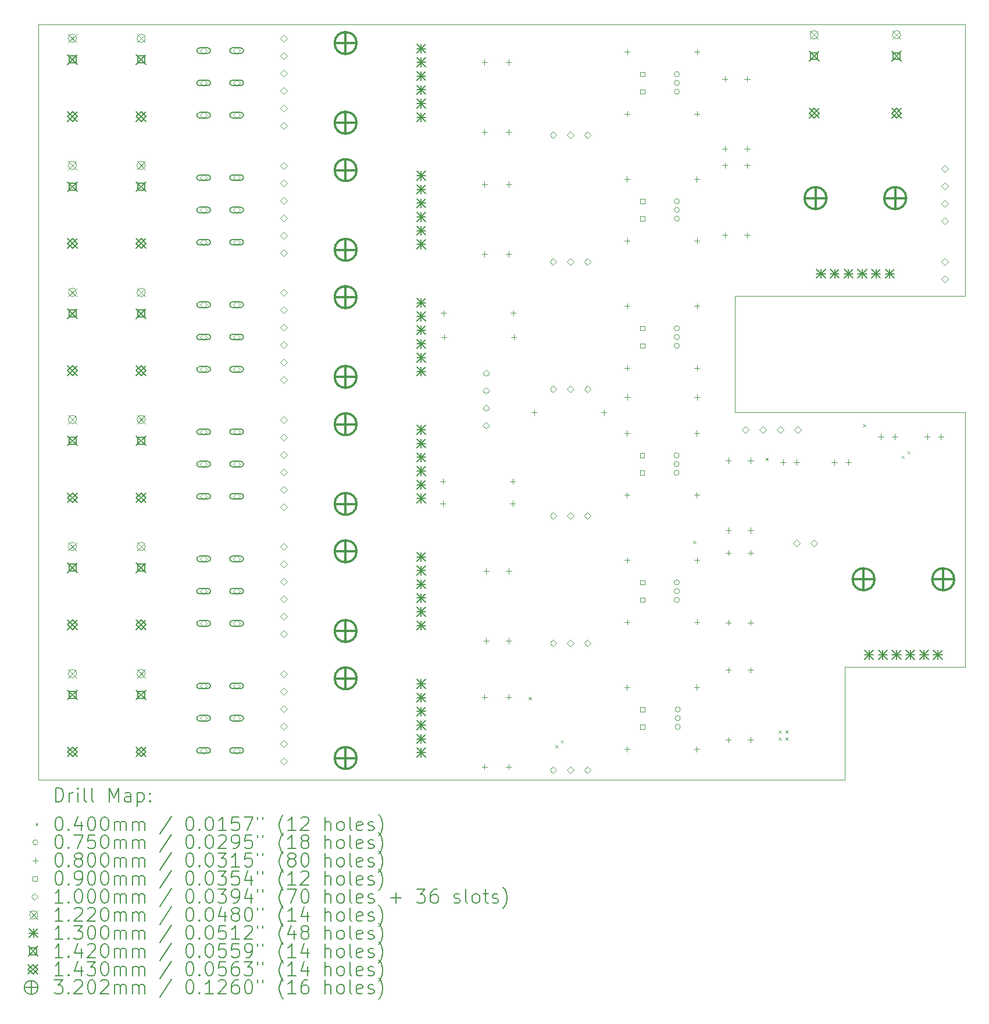
<source format=gbr>
%FSLAX45Y45*%
G04 Gerber Fmt 4.5, Leading zero omitted, Abs format (unit mm)*
G04 Created by KiCad (PCBNEW (6.0.1)) date 2022-09-12 18:23:56*
%MOMM*%
%LPD*%
G01*
G04 APERTURE LIST*
%TA.AperFunction,Profile*%
%ADD10C,0.050000*%
%TD*%
%TA.AperFunction,Profile*%
%ADD11C,0.100000*%
%TD*%
%ADD12C,0.200000*%
%ADD13C,0.040000*%
%ADD14C,0.075000*%
%ADD15C,0.080000*%
%ADD16C,0.090000*%
%ADD17C,0.100000*%
%ADD18C,0.122000*%
%ADD19C,0.130000*%
%ADD20C,0.142000*%
%ADD21C,0.143000*%
%ADD22C,0.320160*%
G04 APERTURE END LIST*
D10*
X15200000Y-3100000D02*
X15200000Y-7050000D01*
X1700000Y-3100000D02*
X1700000Y-14100000D01*
X1700000Y-3100000D02*
X15200000Y-3100000D01*
D11*
X11850000Y-8750000D02*
X11850000Y-7050000D01*
X15200000Y-8750000D02*
X11850000Y-8750000D01*
X15200000Y-8750000D02*
X15200000Y-12450000D01*
X11850000Y-7050000D02*
X15200000Y-7050000D01*
D10*
X1700000Y-14100000D02*
X13450000Y-14100000D01*
D11*
X15200000Y-12450000D02*
X13450000Y-12450000D01*
X13450000Y-12450000D02*
X13450000Y-14100000D01*
D12*
D13*
X8842500Y-12892500D02*
X8882500Y-12932500D01*
X8882500Y-12892500D02*
X8842500Y-12932500D01*
X9230000Y-13590000D02*
X9270000Y-13630000D01*
X9270000Y-13590000D02*
X9230000Y-13630000D01*
X9312500Y-13517500D02*
X9352500Y-13557500D01*
X9352500Y-13517500D02*
X9312500Y-13557500D01*
X11240000Y-10620000D02*
X11280000Y-10660000D01*
X11280000Y-10620000D02*
X11240000Y-10660000D01*
X12292500Y-9407500D02*
X12332500Y-9447500D01*
X12332500Y-9407500D02*
X12292500Y-9447500D01*
X12480000Y-13380000D02*
X12520000Y-13420000D01*
X12520000Y-13380000D02*
X12480000Y-13420000D01*
X12480000Y-13480000D02*
X12520000Y-13520000D01*
X12520000Y-13480000D02*
X12480000Y-13520000D01*
X12580000Y-13380000D02*
X12620000Y-13420000D01*
X12620000Y-13380000D02*
X12580000Y-13420000D01*
X12580000Y-13480000D02*
X12620000Y-13520000D01*
X12620000Y-13480000D02*
X12580000Y-13520000D01*
X13710000Y-8917500D02*
X13750000Y-8957500D01*
X13750000Y-8917500D02*
X13710000Y-8957500D01*
X14272500Y-9377500D02*
X14312500Y-9417500D01*
X14312500Y-9377500D02*
X14272500Y-9417500D01*
X14357500Y-9310000D02*
X14397500Y-9350000D01*
X14397500Y-9310000D02*
X14357500Y-9350000D01*
D14*
X11034500Y-9373000D02*
G75*
G03*
X11034500Y-9373000I-37500J0D01*
G01*
X11034500Y-9500000D02*
G75*
G03*
X11034500Y-9500000I-37500J0D01*
G01*
X11034500Y-9627000D02*
G75*
G03*
X11034500Y-9627000I-37500J0D01*
G01*
X11037500Y-3822500D02*
G75*
G03*
X11037500Y-3822500I-37500J0D01*
G01*
X11037500Y-3949500D02*
G75*
G03*
X11037500Y-3949500I-37500J0D01*
G01*
X11037500Y-4076500D02*
G75*
G03*
X11037500Y-4076500I-37500J0D01*
G01*
X11037500Y-5673000D02*
G75*
G03*
X11037500Y-5673000I-37500J0D01*
G01*
X11037500Y-5800000D02*
G75*
G03*
X11037500Y-5800000I-37500J0D01*
G01*
X11037500Y-5927000D02*
G75*
G03*
X11037500Y-5927000I-37500J0D01*
G01*
X11037500Y-7523000D02*
G75*
G03*
X11037500Y-7523000I-37500J0D01*
G01*
X11037500Y-7650000D02*
G75*
G03*
X11037500Y-7650000I-37500J0D01*
G01*
X11037500Y-7777000D02*
G75*
G03*
X11037500Y-7777000I-37500J0D01*
G01*
X11037500Y-11223000D02*
G75*
G03*
X11037500Y-11223000I-37500J0D01*
G01*
X11037500Y-11350000D02*
G75*
G03*
X11037500Y-11350000I-37500J0D01*
G01*
X11037500Y-11477000D02*
G75*
G03*
X11037500Y-11477000I-37500J0D01*
G01*
X11051500Y-13073000D02*
G75*
G03*
X11051500Y-13073000I-37500J0D01*
G01*
X11051500Y-13200000D02*
G75*
G03*
X11051500Y-13200000I-37500J0D01*
G01*
X11051500Y-13327000D02*
G75*
G03*
X11051500Y-13327000I-37500J0D01*
G01*
D15*
X7592000Y-9710000D02*
X7592000Y-9790000D01*
X7552000Y-9750000D02*
X7632000Y-9750000D01*
X7592000Y-10035000D02*
X7592000Y-10115000D01*
X7552000Y-10075000D02*
X7632000Y-10075000D01*
X7601000Y-7260000D02*
X7601000Y-7340000D01*
X7561000Y-7300000D02*
X7641000Y-7300000D01*
X7609000Y-7610000D02*
X7609000Y-7690000D01*
X7569000Y-7650000D02*
X7649000Y-7650000D01*
X8200000Y-3610000D02*
X8200000Y-3690000D01*
X8160000Y-3650000D02*
X8240000Y-3650000D01*
X8200000Y-4626000D02*
X8200000Y-4706000D01*
X8160000Y-4666000D02*
X8240000Y-4666000D01*
X8200000Y-5385000D02*
X8200000Y-5465000D01*
X8160000Y-5425000D02*
X8240000Y-5425000D01*
X8200000Y-6401000D02*
X8200000Y-6481000D01*
X8160000Y-6441000D02*
X8240000Y-6441000D01*
X8200000Y-12852000D02*
X8200000Y-12932000D01*
X8160000Y-12892000D02*
X8240000Y-12892000D01*
X8200000Y-13868000D02*
X8200000Y-13948000D01*
X8160000Y-13908000D02*
X8240000Y-13908000D01*
X8225000Y-11019000D02*
X8225000Y-11099000D01*
X8185000Y-11059000D02*
X8265000Y-11059000D01*
X8225000Y-12035000D02*
X8225000Y-12115000D01*
X8185000Y-12075000D02*
X8265000Y-12075000D01*
X8550000Y-3610000D02*
X8550000Y-3690000D01*
X8510000Y-3650000D02*
X8590000Y-3650000D01*
X8550000Y-4626000D02*
X8550000Y-4706000D01*
X8510000Y-4666000D02*
X8590000Y-4666000D01*
X8550000Y-5385000D02*
X8550000Y-5465000D01*
X8510000Y-5425000D02*
X8590000Y-5425000D01*
X8550000Y-6401000D02*
X8550000Y-6481000D01*
X8510000Y-6441000D02*
X8590000Y-6441000D01*
X8550000Y-11019000D02*
X8550000Y-11099000D01*
X8510000Y-11059000D02*
X8590000Y-11059000D01*
X8550000Y-12035000D02*
X8550000Y-12115000D01*
X8510000Y-12075000D02*
X8590000Y-12075000D01*
X8550000Y-12852000D02*
X8550000Y-12932000D01*
X8510000Y-12892000D02*
X8590000Y-12892000D01*
X8550000Y-13868000D02*
X8550000Y-13948000D01*
X8510000Y-13908000D02*
X8590000Y-13908000D01*
X8608000Y-9710000D02*
X8608000Y-9790000D01*
X8568000Y-9750000D02*
X8648000Y-9750000D01*
X8608000Y-10035000D02*
X8608000Y-10115000D01*
X8568000Y-10075000D02*
X8648000Y-10075000D01*
X8617000Y-7260000D02*
X8617000Y-7340000D01*
X8577000Y-7300000D02*
X8657000Y-7300000D01*
X8625000Y-7610000D02*
X8625000Y-7690000D01*
X8585000Y-7650000D02*
X8665000Y-7650000D01*
X8922000Y-8710000D02*
X8922000Y-8790000D01*
X8882000Y-8750000D02*
X8962000Y-8750000D01*
X9938000Y-8710000D02*
X9938000Y-8790000D01*
X9898000Y-8750000D02*
X9978000Y-8750000D01*
X10275000Y-5310000D02*
X10275000Y-5390000D01*
X10235000Y-5350000D02*
X10315000Y-5350000D01*
X10275000Y-9010000D02*
X10275000Y-9090000D01*
X10235000Y-9050000D02*
X10315000Y-9050000D01*
X10275000Y-9910000D02*
X10275000Y-9990000D01*
X10235000Y-9950000D02*
X10315000Y-9950000D01*
X10275000Y-12710000D02*
X10275000Y-12790000D01*
X10235000Y-12750000D02*
X10315000Y-12750000D01*
X10275000Y-13610000D02*
X10275000Y-13690000D01*
X10235000Y-13650000D02*
X10315000Y-13650000D01*
X10278000Y-3459500D02*
X10278000Y-3539500D01*
X10238000Y-3499500D02*
X10318000Y-3499500D01*
X10278000Y-4359500D02*
X10278000Y-4439500D01*
X10238000Y-4399500D02*
X10318000Y-4399500D01*
X10278000Y-6210000D02*
X10278000Y-6290000D01*
X10238000Y-6250000D02*
X10318000Y-6250000D01*
X10278000Y-7160000D02*
X10278000Y-7240000D01*
X10238000Y-7200000D02*
X10318000Y-7200000D01*
X10278000Y-8060000D02*
X10278000Y-8140000D01*
X10238000Y-8100000D02*
X10318000Y-8100000D01*
X10278000Y-10860000D02*
X10278000Y-10940000D01*
X10238000Y-10900000D02*
X10318000Y-10900000D01*
X10278000Y-11760000D02*
X10278000Y-11840000D01*
X10238000Y-11800000D02*
X10318000Y-11800000D01*
X10281000Y-8485000D02*
X10281000Y-8565000D01*
X10241000Y-8525000D02*
X10321000Y-8525000D01*
X11291000Y-5310000D02*
X11291000Y-5390000D01*
X11251000Y-5350000D02*
X11331000Y-5350000D01*
X11291000Y-9010000D02*
X11291000Y-9090000D01*
X11251000Y-9050000D02*
X11331000Y-9050000D01*
X11291000Y-9910000D02*
X11291000Y-9990000D01*
X11251000Y-9950000D02*
X11331000Y-9950000D01*
X11291000Y-12710000D02*
X11291000Y-12790000D01*
X11251000Y-12750000D02*
X11331000Y-12750000D01*
X11291000Y-13610000D02*
X11291000Y-13690000D01*
X11251000Y-13650000D02*
X11331000Y-13650000D01*
X11294000Y-3459500D02*
X11294000Y-3539500D01*
X11254000Y-3499500D02*
X11334000Y-3499500D01*
X11294000Y-4359500D02*
X11294000Y-4439500D01*
X11254000Y-4399500D02*
X11334000Y-4399500D01*
X11294000Y-6210000D02*
X11294000Y-6290000D01*
X11254000Y-6250000D02*
X11334000Y-6250000D01*
X11294000Y-7160000D02*
X11294000Y-7240000D01*
X11254000Y-7200000D02*
X11334000Y-7200000D01*
X11294000Y-8060000D02*
X11294000Y-8140000D01*
X11254000Y-8100000D02*
X11334000Y-8100000D01*
X11294000Y-10860000D02*
X11294000Y-10940000D01*
X11254000Y-10900000D02*
X11334000Y-10900000D01*
X11294000Y-11760000D02*
X11294000Y-11840000D01*
X11254000Y-11800000D02*
X11334000Y-11800000D01*
X11297000Y-8485000D02*
X11297000Y-8565000D01*
X11257000Y-8525000D02*
X11337000Y-8525000D01*
X11700000Y-3852000D02*
X11700000Y-3932000D01*
X11660000Y-3892000D02*
X11740000Y-3892000D01*
X11700000Y-4868000D02*
X11700000Y-4948000D01*
X11660000Y-4908000D02*
X11740000Y-4908000D01*
X11700000Y-5110000D02*
X11700000Y-5190000D01*
X11660000Y-5150000D02*
X11740000Y-5150000D01*
X11700000Y-6126000D02*
X11700000Y-6206000D01*
X11660000Y-6166000D02*
X11740000Y-6166000D01*
X11750000Y-9410000D02*
X11750000Y-9490000D01*
X11710000Y-9450000D02*
X11790000Y-9450000D01*
X11750000Y-10426000D02*
X11750000Y-10506000D01*
X11710000Y-10466000D02*
X11790000Y-10466000D01*
X11750000Y-10752000D02*
X11750000Y-10832000D01*
X11710000Y-10792000D02*
X11790000Y-10792000D01*
X11750000Y-11768000D02*
X11750000Y-11848000D01*
X11710000Y-11808000D02*
X11790000Y-11808000D01*
X11750000Y-12460000D02*
X11750000Y-12540000D01*
X11710000Y-12500000D02*
X11790000Y-12500000D01*
X11750000Y-13476000D02*
X11750000Y-13556000D01*
X11710000Y-13516000D02*
X11790000Y-13516000D01*
X12025000Y-3852000D02*
X12025000Y-3932000D01*
X11985000Y-3892000D02*
X12065000Y-3892000D01*
X12025000Y-4868000D02*
X12025000Y-4948000D01*
X11985000Y-4908000D02*
X12065000Y-4908000D01*
X12025000Y-5110000D02*
X12025000Y-5190000D01*
X11985000Y-5150000D02*
X12065000Y-5150000D01*
X12025000Y-6126000D02*
X12025000Y-6206000D01*
X11985000Y-6166000D02*
X12065000Y-6166000D01*
X12075000Y-9410000D02*
X12075000Y-9490000D01*
X12035000Y-9450000D02*
X12115000Y-9450000D01*
X12075000Y-10426000D02*
X12075000Y-10506000D01*
X12035000Y-10466000D02*
X12115000Y-10466000D01*
X12075000Y-10752000D02*
X12075000Y-10832000D01*
X12035000Y-10792000D02*
X12115000Y-10792000D01*
X12075000Y-11768000D02*
X12075000Y-11848000D01*
X12035000Y-11808000D02*
X12115000Y-11808000D01*
X12075000Y-12460000D02*
X12075000Y-12540000D01*
X12035000Y-12500000D02*
X12115000Y-12500000D01*
X12075000Y-13476000D02*
X12075000Y-13556000D01*
X12035000Y-13516000D02*
X12115000Y-13516000D01*
X12545511Y-9435000D02*
X12545511Y-9515000D01*
X12505511Y-9475000D02*
X12585511Y-9475000D01*
X12745511Y-9435000D02*
X12745511Y-9515000D01*
X12705511Y-9475000D02*
X12785511Y-9475000D01*
X13295511Y-9435000D02*
X13295511Y-9515000D01*
X13255511Y-9475000D02*
X13335511Y-9475000D01*
X13495511Y-9435000D02*
X13495511Y-9515000D01*
X13455511Y-9475000D02*
X13535511Y-9475000D01*
X13970511Y-9060000D02*
X13970511Y-9140000D01*
X13930511Y-9100000D02*
X14010511Y-9100000D01*
X14170511Y-9060000D02*
X14170511Y-9140000D01*
X14130511Y-9100000D02*
X14210511Y-9100000D01*
X14645511Y-9060000D02*
X14645511Y-9140000D01*
X14605511Y-9100000D02*
X14685511Y-9100000D01*
X14845511Y-9060000D02*
X14845511Y-9140000D01*
X14805511Y-9100000D02*
X14885511Y-9100000D01*
D16*
X10528820Y-9404320D02*
X10528820Y-9340680D01*
X10465180Y-9340680D01*
X10465180Y-9404320D01*
X10528820Y-9404320D01*
X10528820Y-9658320D02*
X10528820Y-9594680D01*
X10465180Y-9594680D01*
X10465180Y-9658320D01*
X10528820Y-9658320D01*
X10531820Y-3854320D02*
X10531820Y-3790680D01*
X10468180Y-3790680D01*
X10468180Y-3854320D01*
X10531820Y-3854320D01*
X10531820Y-4108320D02*
X10531820Y-4044680D01*
X10468180Y-4044680D01*
X10468180Y-4108320D01*
X10531820Y-4108320D01*
X10531820Y-5704320D02*
X10531820Y-5640680D01*
X10468180Y-5640680D01*
X10468180Y-5704320D01*
X10531820Y-5704320D01*
X10531820Y-5958320D02*
X10531820Y-5894680D01*
X10468180Y-5894680D01*
X10468180Y-5958320D01*
X10531820Y-5958320D01*
X10531820Y-7554320D02*
X10531820Y-7490680D01*
X10468180Y-7490680D01*
X10468180Y-7554320D01*
X10531820Y-7554320D01*
X10531820Y-7808320D02*
X10531820Y-7744680D01*
X10468180Y-7744680D01*
X10468180Y-7808320D01*
X10531820Y-7808320D01*
X10531820Y-11254320D02*
X10531820Y-11190680D01*
X10468180Y-11190680D01*
X10468180Y-11254320D01*
X10531820Y-11254320D01*
X10531820Y-11508320D02*
X10531820Y-11444680D01*
X10468180Y-11444680D01*
X10468180Y-11508320D01*
X10531820Y-11508320D01*
X10531820Y-13104320D02*
X10531820Y-13040680D01*
X10468180Y-13040680D01*
X10468180Y-13104320D01*
X10531820Y-13104320D01*
X10531820Y-13358320D02*
X10531820Y-13294680D01*
X10468180Y-13294680D01*
X10468180Y-13358320D01*
X10531820Y-13358320D01*
D17*
X4110000Y-3530000D02*
X4160000Y-3480000D01*
X4110000Y-3430000D01*
X4060000Y-3480000D01*
X4110000Y-3530000D01*
D12*
X4170000Y-3440000D02*
X4050000Y-3440000D01*
X4170000Y-3520000D02*
X4050000Y-3520000D01*
X4050000Y-3440000D02*
G75*
G03*
X4050000Y-3520000I0J-40000D01*
G01*
X4170000Y-3520000D02*
G75*
G03*
X4170000Y-3440000I0J40000D01*
G01*
D17*
X4110000Y-4000000D02*
X4160000Y-3950000D01*
X4110000Y-3900000D01*
X4060000Y-3950000D01*
X4110000Y-4000000D01*
D12*
X4170000Y-3910000D02*
X4050000Y-3910000D01*
X4170000Y-3990000D02*
X4050000Y-3990000D01*
X4050000Y-3910000D02*
G75*
G03*
X4050000Y-3990000I0J-40000D01*
G01*
X4170000Y-3990000D02*
G75*
G03*
X4170000Y-3910000I0J40000D01*
G01*
D17*
X4110000Y-4470000D02*
X4160000Y-4420000D01*
X4110000Y-4370000D01*
X4060000Y-4420000D01*
X4110000Y-4470000D01*
D12*
X4170000Y-4380000D02*
X4050000Y-4380000D01*
X4170000Y-4460000D02*
X4050000Y-4460000D01*
X4050000Y-4380000D02*
G75*
G03*
X4050000Y-4460000I0J-40000D01*
G01*
X4170000Y-4460000D02*
G75*
G03*
X4170000Y-4380000I0J40000D01*
G01*
D17*
X4110000Y-5380000D02*
X4160000Y-5330000D01*
X4110000Y-5280000D01*
X4060000Y-5330000D01*
X4110000Y-5380000D01*
D12*
X4170000Y-5290000D02*
X4050000Y-5290000D01*
X4170000Y-5370000D02*
X4050000Y-5370000D01*
X4050000Y-5290000D02*
G75*
G03*
X4050000Y-5370000I0J-40000D01*
G01*
X4170000Y-5370000D02*
G75*
G03*
X4170000Y-5290000I0J40000D01*
G01*
D17*
X4110000Y-5850000D02*
X4160000Y-5800000D01*
X4110000Y-5750000D01*
X4060000Y-5800000D01*
X4110000Y-5850000D01*
D12*
X4170000Y-5760000D02*
X4050000Y-5760000D01*
X4170000Y-5840000D02*
X4050000Y-5840000D01*
X4050000Y-5760000D02*
G75*
G03*
X4050000Y-5840000I0J-40000D01*
G01*
X4170000Y-5840000D02*
G75*
G03*
X4170000Y-5760000I0J40000D01*
G01*
D17*
X4110000Y-6320000D02*
X4160000Y-6270000D01*
X4110000Y-6220000D01*
X4060000Y-6270000D01*
X4110000Y-6320000D01*
D12*
X4170000Y-6230000D02*
X4050000Y-6230000D01*
X4170000Y-6310000D02*
X4050000Y-6310000D01*
X4050000Y-6230000D02*
G75*
G03*
X4050000Y-6310000I0J-40000D01*
G01*
X4170000Y-6310000D02*
G75*
G03*
X4170000Y-6230000I0J40000D01*
G01*
D17*
X4110000Y-7230000D02*
X4160000Y-7180000D01*
X4110000Y-7130000D01*
X4060000Y-7180000D01*
X4110000Y-7230000D01*
D12*
X4170000Y-7140000D02*
X4050000Y-7140000D01*
X4170000Y-7220000D02*
X4050000Y-7220000D01*
X4050000Y-7140000D02*
G75*
G03*
X4050000Y-7220000I0J-40000D01*
G01*
X4170000Y-7220000D02*
G75*
G03*
X4170000Y-7140000I0J40000D01*
G01*
D17*
X4110000Y-7700000D02*
X4160000Y-7650000D01*
X4110000Y-7600000D01*
X4060000Y-7650000D01*
X4110000Y-7700000D01*
D12*
X4170000Y-7610000D02*
X4050000Y-7610000D01*
X4170000Y-7690000D02*
X4050000Y-7690000D01*
X4050000Y-7610000D02*
G75*
G03*
X4050000Y-7690000I0J-40000D01*
G01*
X4170000Y-7690000D02*
G75*
G03*
X4170000Y-7610000I0J40000D01*
G01*
D17*
X4110000Y-8170000D02*
X4160000Y-8120000D01*
X4110000Y-8070000D01*
X4060000Y-8120000D01*
X4110000Y-8170000D01*
D12*
X4170000Y-8080000D02*
X4050000Y-8080000D01*
X4170000Y-8160000D02*
X4050000Y-8160000D01*
X4050000Y-8080000D02*
G75*
G03*
X4050000Y-8160000I0J-40000D01*
G01*
X4170000Y-8160000D02*
G75*
G03*
X4170000Y-8080000I0J40000D01*
G01*
D17*
X4110000Y-9080000D02*
X4160000Y-9030000D01*
X4110000Y-8980000D01*
X4060000Y-9030000D01*
X4110000Y-9080000D01*
D12*
X4170000Y-8990000D02*
X4050000Y-8990000D01*
X4170000Y-9070000D02*
X4050000Y-9070000D01*
X4050000Y-8990000D02*
G75*
G03*
X4050000Y-9070000I0J-40000D01*
G01*
X4170000Y-9070000D02*
G75*
G03*
X4170000Y-8990000I0J40000D01*
G01*
D17*
X4110000Y-9550000D02*
X4160000Y-9500000D01*
X4110000Y-9450000D01*
X4060000Y-9500000D01*
X4110000Y-9550000D01*
D12*
X4170000Y-9460000D02*
X4050000Y-9460000D01*
X4170000Y-9540000D02*
X4050000Y-9540000D01*
X4050000Y-9460000D02*
G75*
G03*
X4050000Y-9540000I0J-40000D01*
G01*
X4170000Y-9540000D02*
G75*
G03*
X4170000Y-9460000I0J40000D01*
G01*
D17*
X4110000Y-10020000D02*
X4160000Y-9970000D01*
X4110000Y-9920000D01*
X4060000Y-9970000D01*
X4110000Y-10020000D01*
D12*
X4170000Y-9930000D02*
X4050000Y-9930000D01*
X4170000Y-10010000D02*
X4050000Y-10010000D01*
X4050000Y-9930000D02*
G75*
G03*
X4050000Y-10010000I0J-40000D01*
G01*
X4170000Y-10010000D02*
G75*
G03*
X4170000Y-9930000I0J40000D01*
G01*
D17*
X4110000Y-10930000D02*
X4160000Y-10880000D01*
X4110000Y-10830000D01*
X4060000Y-10880000D01*
X4110000Y-10930000D01*
D12*
X4170000Y-10840000D02*
X4050000Y-10840000D01*
X4170000Y-10920000D02*
X4050000Y-10920000D01*
X4050000Y-10840000D02*
G75*
G03*
X4050000Y-10920000I0J-40000D01*
G01*
X4170000Y-10920000D02*
G75*
G03*
X4170000Y-10840000I0J40000D01*
G01*
D17*
X4110000Y-11400000D02*
X4160000Y-11350000D01*
X4110000Y-11300000D01*
X4060000Y-11350000D01*
X4110000Y-11400000D01*
D12*
X4170000Y-11310000D02*
X4050000Y-11310000D01*
X4170000Y-11390000D02*
X4050000Y-11390000D01*
X4050000Y-11310000D02*
G75*
G03*
X4050000Y-11390000I0J-40000D01*
G01*
X4170000Y-11390000D02*
G75*
G03*
X4170000Y-11310000I0J40000D01*
G01*
D17*
X4110000Y-11870000D02*
X4160000Y-11820000D01*
X4110000Y-11770000D01*
X4060000Y-11820000D01*
X4110000Y-11870000D01*
D12*
X4170000Y-11780000D02*
X4050000Y-11780000D01*
X4170000Y-11860000D02*
X4050000Y-11860000D01*
X4050000Y-11780000D02*
G75*
G03*
X4050000Y-11860000I0J-40000D01*
G01*
X4170000Y-11860000D02*
G75*
G03*
X4170000Y-11780000I0J40000D01*
G01*
D17*
X4110000Y-12780000D02*
X4160000Y-12730000D01*
X4110000Y-12680000D01*
X4060000Y-12730000D01*
X4110000Y-12780000D01*
D12*
X4170000Y-12690000D02*
X4050000Y-12690000D01*
X4170000Y-12770000D02*
X4050000Y-12770000D01*
X4050000Y-12690000D02*
G75*
G03*
X4050000Y-12770000I0J-40000D01*
G01*
X4170000Y-12770000D02*
G75*
G03*
X4170000Y-12690000I0J40000D01*
G01*
D17*
X4110000Y-13250000D02*
X4160000Y-13200000D01*
X4110000Y-13150000D01*
X4060000Y-13200000D01*
X4110000Y-13250000D01*
D12*
X4170000Y-13160000D02*
X4050000Y-13160000D01*
X4170000Y-13240000D02*
X4050000Y-13240000D01*
X4050000Y-13160000D02*
G75*
G03*
X4050000Y-13240000I0J-40000D01*
G01*
X4170000Y-13240000D02*
G75*
G03*
X4170000Y-13160000I0J40000D01*
G01*
D17*
X4110000Y-13720000D02*
X4160000Y-13670000D01*
X4110000Y-13620000D01*
X4060000Y-13670000D01*
X4110000Y-13720000D01*
D12*
X4170000Y-13630000D02*
X4050000Y-13630000D01*
X4170000Y-13710000D02*
X4050000Y-13710000D01*
X4050000Y-13630000D02*
G75*
G03*
X4050000Y-13710000I0J-40000D01*
G01*
X4170000Y-13710000D02*
G75*
G03*
X4170000Y-13630000I0J40000D01*
G01*
D17*
X4590000Y-3530000D02*
X4640000Y-3480000D01*
X4590000Y-3430000D01*
X4540000Y-3480000D01*
X4590000Y-3530000D01*
D12*
X4650000Y-3440000D02*
X4530000Y-3440000D01*
X4650000Y-3520000D02*
X4530000Y-3520000D01*
X4530000Y-3440000D02*
G75*
G03*
X4530000Y-3520000I0J-40000D01*
G01*
X4650000Y-3520000D02*
G75*
G03*
X4650000Y-3440000I0J40000D01*
G01*
D17*
X4590000Y-4000000D02*
X4640000Y-3950000D01*
X4590000Y-3900000D01*
X4540000Y-3950000D01*
X4590000Y-4000000D01*
D12*
X4650000Y-3910000D02*
X4530000Y-3910000D01*
X4650000Y-3990000D02*
X4530000Y-3990000D01*
X4530000Y-3910000D02*
G75*
G03*
X4530000Y-3990000I0J-40000D01*
G01*
X4650000Y-3990000D02*
G75*
G03*
X4650000Y-3910000I0J40000D01*
G01*
D17*
X4590000Y-4470000D02*
X4640000Y-4420000D01*
X4590000Y-4370000D01*
X4540000Y-4420000D01*
X4590000Y-4470000D01*
D12*
X4650000Y-4380000D02*
X4530000Y-4380000D01*
X4650000Y-4460000D02*
X4530000Y-4460000D01*
X4530000Y-4380000D02*
G75*
G03*
X4530000Y-4460000I0J-40000D01*
G01*
X4650000Y-4460000D02*
G75*
G03*
X4650000Y-4380000I0J40000D01*
G01*
D17*
X4590000Y-5380000D02*
X4640000Y-5330000D01*
X4590000Y-5280000D01*
X4540000Y-5330000D01*
X4590000Y-5380000D01*
D12*
X4650000Y-5290000D02*
X4530000Y-5290000D01*
X4650000Y-5370000D02*
X4530000Y-5370000D01*
X4530000Y-5290000D02*
G75*
G03*
X4530000Y-5370000I0J-40000D01*
G01*
X4650000Y-5370000D02*
G75*
G03*
X4650000Y-5290000I0J40000D01*
G01*
D17*
X4590000Y-5850000D02*
X4640000Y-5800000D01*
X4590000Y-5750000D01*
X4540000Y-5800000D01*
X4590000Y-5850000D01*
D12*
X4650000Y-5760000D02*
X4530000Y-5760000D01*
X4650000Y-5840000D02*
X4530000Y-5840000D01*
X4530000Y-5760000D02*
G75*
G03*
X4530000Y-5840000I0J-40000D01*
G01*
X4650000Y-5840000D02*
G75*
G03*
X4650000Y-5760000I0J40000D01*
G01*
D17*
X4590000Y-6320000D02*
X4640000Y-6270000D01*
X4590000Y-6220000D01*
X4540000Y-6270000D01*
X4590000Y-6320000D01*
D12*
X4650000Y-6230000D02*
X4530000Y-6230000D01*
X4650000Y-6310000D02*
X4530000Y-6310000D01*
X4530000Y-6230000D02*
G75*
G03*
X4530000Y-6310000I0J-40000D01*
G01*
X4650000Y-6310000D02*
G75*
G03*
X4650000Y-6230000I0J40000D01*
G01*
D17*
X4590000Y-7230000D02*
X4640000Y-7180000D01*
X4590000Y-7130000D01*
X4540000Y-7180000D01*
X4590000Y-7230000D01*
D12*
X4650000Y-7140000D02*
X4530000Y-7140000D01*
X4650000Y-7220000D02*
X4530000Y-7220000D01*
X4530000Y-7140000D02*
G75*
G03*
X4530000Y-7220000I0J-40000D01*
G01*
X4650000Y-7220000D02*
G75*
G03*
X4650000Y-7140000I0J40000D01*
G01*
D17*
X4590000Y-7700000D02*
X4640000Y-7650000D01*
X4590000Y-7600000D01*
X4540000Y-7650000D01*
X4590000Y-7700000D01*
D12*
X4650000Y-7610000D02*
X4530000Y-7610000D01*
X4650000Y-7690000D02*
X4530000Y-7690000D01*
X4530000Y-7610000D02*
G75*
G03*
X4530000Y-7690000I0J-40000D01*
G01*
X4650000Y-7690000D02*
G75*
G03*
X4650000Y-7610000I0J40000D01*
G01*
D17*
X4590000Y-8170000D02*
X4640000Y-8120000D01*
X4590000Y-8070000D01*
X4540000Y-8120000D01*
X4590000Y-8170000D01*
D12*
X4650000Y-8080000D02*
X4530000Y-8080000D01*
X4650000Y-8160000D02*
X4530000Y-8160000D01*
X4530000Y-8080000D02*
G75*
G03*
X4530000Y-8160000I0J-40000D01*
G01*
X4650000Y-8160000D02*
G75*
G03*
X4650000Y-8080000I0J40000D01*
G01*
D17*
X4590000Y-9080000D02*
X4640000Y-9030000D01*
X4590000Y-8980000D01*
X4540000Y-9030000D01*
X4590000Y-9080000D01*
D12*
X4650000Y-8990000D02*
X4530000Y-8990000D01*
X4650000Y-9070000D02*
X4530000Y-9070000D01*
X4530000Y-8990000D02*
G75*
G03*
X4530000Y-9070000I0J-40000D01*
G01*
X4650000Y-9070000D02*
G75*
G03*
X4650000Y-8990000I0J40000D01*
G01*
D17*
X4590000Y-9550000D02*
X4640000Y-9500000D01*
X4590000Y-9450000D01*
X4540000Y-9500000D01*
X4590000Y-9550000D01*
D12*
X4650000Y-9460000D02*
X4530000Y-9460000D01*
X4650000Y-9540000D02*
X4530000Y-9540000D01*
X4530000Y-9460000D02*
G75*
G03*
X4530000Y-9540000I0J-40000D01*
G01*
X4650000Y-9540000D02*
G75*
G03*
X4650000Y-9460000I0J40000D01*
G01*
D17*
X4590000Y-10020000D02*
X4640000Y-9970000D01*
X4590000Y-9920000D01*
X4540000Y-9970000D01*
X4590000Y-10020000D01*
D12*
X4650000Y-9930000D02*
X4530000Y-9930000D01*
X4650000Y-10010000D02*
X4530000Y-10010000D01*
X4530000Y-9930000D02*
G75*
G03*
X4530000Y-10010000I0J-40000D01*
G01*
X4650000Y-10010000D02*
G75*
G03*
X4650000Y-9930000I0J40000D01*
G01*
D17*
X4590000Y-10930000D02*
X4640000Y-10880000D01*
X4590000Y-10830000D01*
X4540000Y-10880000D01*
X4590000Y-10930000D01*
D12*
X4650000Y-10840000D02*
X4530000Y-10840000D01*
X4650000Y-10920000D02*
X4530000Y-10920000D01*
X4530000Y-10840000D02*
G75*
G03*
X4530000Y-10920000I0J-40000D01*
G01*
X4650000Y-10920000D02*
G75*
G03*
X4650000Y-10840000I0J40000D01*
G01*
D17*
X4590000Y-11400000D02*
X4640000Y-11350000D01*
X4590000Y-11300000D01*
X4540000Y-11350000D01*
X4590000Y-11400000D01*
D12*
X4650000Y-11310000D02*
X4530000Y-11310000D01*
X4650000Y-11390000D02*
X4530000Y-11390000D01*
X4530000Y-11310000D02*
G75*
G03*
X4530000Y-11390000I0J-40000D01*
G01*
X4650000Y-11390000D02*
G75*
G03*
X4650000Y-11310000I0J40000D01*
G01*
D17*
X4590000Y-11870000D02*
X4640000Y-11820000D01*
X4590000Y-11770000D01*
X4540000Y-11820000D01*
X4590000Y-11870000D01*
D12*
X4650000Y-11780000D02*
X4530000Y-11780000D01*
X4650000Y-11860000D02*
X4530000Y-11860000D01*
X4530000Y-11780000D02*
G75*
G03*
X4530000Y-11860000I0J-40000D01*
G01*
X4650000Y-11860000D02*
G75*
G03*
X4650000Y-11780000I0J40000D01*
G01*
D17*
X4590000Y-12780000D02*
X4640000Y-12730000D01*
X4590000Y-12680000D01*
X4540000Y-12730000D01*
X4590000Y-12780000D01*
D12*
X4650000Y-12690000D02*
X4530000Y-12690000D01*
X4650000Y-12770000D02*
X4530000Y-12770000D01*
X4530000Y-12690000D02*
G75*
G03*
X4530000Y-12770000I0J-40000D01*
G01*
X4650000Y-12770000D02*
G75*
G03*
X4650000Y-12690000I0J40000D01*
G01*
D17*
X4590000Y-13250000D02*
X4640000Y-13200000D01*
X4590000Y-13150000D01*
X4540000Y-13200000D01*
X4590000Y-13250000D01*
D12*
X4650000Y-13160000D02*
X4530000Y-13160000D01*
X4650000Y-13240000D02*
X4530000Y-13240000D01*
X4530000Y-13160000D02*
G75*
G03*
X4530000Y-13240000I0J-40000D01*
G01*
X4650000Y-13240000D02*
G75*
G03*
X4650000Y-13160000I0J40000D01*
G01*
D17*
X4590000Y-13720000D02*
X4640000Y-13670000D01*
X4590000Y-13620000D01*
X4540000Y-13670000D01*
X4590000Y-13720000D01*
D12*
X4650000Y-13630000D02*
X4530000Y-13630000D01*
X4650000Y-13710000D02*
X4530000Y-13710000D01*
X4530000Y-13630000D02*
G75*
G03*
X4530000Y-13710000I0J-40000D01*
G01*
X4650000Y-13710000D02*
G75*
G03*
X4650000Y-13630000I0J40000D01*
G01*
D17*
X5275000Y-3355000D02*
X5325000Y-3305000D01*
X5275000Y-3255000D01*
X5225000Y-3305000D01*
X5275000Y-3355000D01*
X5275000Y-3609000D02*
X5325000Y-3559000D01*
X5275000Y-3509000D01*
X5225000Y-3559000D01*
X5275000Y-3609000D01*
X5275000Y-3863000D02*
X5325000Y-3813000D01*
X5275000Y-3763000D01*
X5225000Y-3813000D01*
X5275000Y-3863000D01*
X5275000Y-4117000D02*
X5325000Y-4067000D01*
X5275000Y-4017000D01*
X5225000Y-4067000D01*
X5275000Y-4117000D01*
X5275000Y-4371000D02*
X5325000Y-4321000D01*
X5275000Y-4271000D01*
X5225000Y-4321000D01*
X5275000Y-4371000D01*
X5275000Y-4625000D02*
X5325000Y-4575000D01*
X5275000Y-4525000D01*
X5225000Y-4575000D01*
X5275000Y-4625000D01*
X5275000Y-5205000D02*
X5325000Y-5155000D01*
X5275000Y-5105000D01*
X5225000Y-5155000D01*
X5275000Y-5205000D01*
X5275000Y-5459000D02*
X5325000Y-5409000D01*
X5275000Y-5359000D01*
X5225000Y-5409000D01*
X5275000Y-5459000D01*
X5275000Y-5713000D02*
X5325000Y-5663000D01*
X5275000Y-5613000D01*
X5225000Y-5663000D01*
X5275000Y-5713000D01*
X5275000Y-5967000D02*
X5325000Y-5917000D01*
X5275000Y-5867000D01*
X5225000Y-5917000D01*
X5275000Y-5967000D01*
X5275000Y-6221000D02*
X5325000Y-6171000D01*
X5275000Y-6121000D01*
X5225000Y-6171000D01*
X5275000Y-6221000D01*
X5275000Y-6475000D02*
X5325000Y-6425000D01*
X5275000Y-6375000D01*
X5225000Y-6425000D01*
X5275000Y-6475000D01*
X5275000Y-7055000D02*
X5325000Y-7005000D01*
X5275000Y-6955000D01*
X5225000Y-7005000D01*
X5275000Y-7055000D01*
X5275000Y-7309000D02*
X5325000Y-7259000D01*
X5275000Y-7209000D01*
X5225000Y-7259000D01*
X5275000Y-7309000D01*
X5275000Y-7563000D02*
X5325000Y-7513000D01*
X5275000Y-7463000D01*
X5225000Y-7513000D01*
X5275000Y-7563000D01*
X5275000Y-7817000D02*
X5325000Y-7767000D01*
X5275000Y-7717000D01*
X5225000Y-7767000D01*
X5275000Y-7817000D01*
X5275000Y-8071000D02*
X5325000Y-8021000D01*
X5275000Y-7971000D01*
X5225000Y-8021000D01*
X5275000Y-8071000D01*
X5275000Y-8325000D02*
X5325000Y-8275000D01*
X5275000Y-8225000D01*
X5225000Y-8275000D01*
X5275000Y-8325000D01*
X5275000Y-8905000D02*
X5325000Y-8855000D01*
X5275000Y-8805000D01*
X5225000Y-8855000D01*
X5275000Y-8905000D01*
X5275000Y-9159000D02*
X5325000Y-9109000D01*
X5275000Y-9059000D01*
X5225000Y-9109000D01*
X5275000Y-9159000D01*
X5275000Y-9413000D02*
X5325000Y-9363000D01*
X5275000Y-9313000D01*
X5225000Y-9363000D01*
X5275000Y-9413000D01*
X5275000Y-9667000D02*
X5325000Y-9617000D01*
X5275000Y-9567000D01*
X5225000Y-9617000D01*
X5275000Y-9667000D01*
X5275000Y-9921000D02*
X5325000Y-9871000D01*
X5275000Y-9821000D01*
X5225000Y-9871000D01*
X5275000Y-9921000D01*
X5275000Y-10175000D02*
X5325000Y-10125000D01*
X5275000Y-10075000D01*
X5225000Y-10125000D01*
X5275000Y-10175000D01*
X5275000Y-10755000D02*
X5325000Y-10705000D01*
X5275000Y-10655000D01*
X5225000Y-10705000D01*
X5275000Y-10755000D01*
X5275000Y-11009000D02*
X5325000Y-10959000D01*
X5275000Y-10909000D01*
X5225000Y-10959000D01*
X5275000Y-11009000D01*
X5275000Y-11263000D02*
X5325000Y-11213000D01*
X5275000Y-11163000D01*
X5225000Y-11213000D01*
X5275000Y-11263000D01*
X5275000Y-11517000D02*
X5325000Y-11467000D01*
X5275000Y-11417000D01*
X5225000Y-11467000D01*
X5275000Y-11517000D01*
X5275000Y-11771000D02*
X5325000Y-11721000D01*
X5275000Y-11671000D01*
X5225000Y-11721000D01*
X5275000Y-11771000D01*
X5275000Y-12025000D02*
X5325000Y-11975000D01*
X5275000Y-11925000D01*
X5225000Y-11975000D01*
X5275000Y-12025000D01*
X5275000Y-12605000D02*
X5325000Y-12555000D01*
X5275000Y-12505000D01*
X5225000Y-12555000D01*
X5275000Y-12605000D01*
X5275000Y-12859000D02*
X5325000Y-12809000D01*
X5275000Y-12759000D01*
X5225000Y-12809000D01*
X5275000Y-12859000D01*
X5275000Y-13113000D02*
X5325000Y-13063000D01*
X5275000Y-13013000D01*
X5225000Y-13063000D01*
X5275000Y-13113000D01*
X5275000Y-13367000D02*
X5325000Y-13317000D01*
X5275000Y-13267000D01*
X5225000Y-13317000D01*
X5275000Y-13367000D01*
X5275000Y-13621000D02*
X5325000Y-13571000D01*
X5275000Y-13521000D01*
X5225000Y-13571000D01*
X5275000Y-13621000D01*
X5275000Y-13875000D02*
X5325000Y-13825000D01*
X5275000Y-13775000D01*
X5225000Y-13825000D01*
X5275000Y-13875000D01*
X8225000Y-8225000D02*
X8275000Y-8175000D01*
X8225000Y-8125000D01*
X8175000Y-8175000D01*
X8225000Y-8225000D01*
X8225000Y-8479000D02*
X8275000Y-8429000D01*
X8225000Y-8379000D01*
X8175000Y-8429000D01*
X8225000Y-8479000D01*
X8225000Y-8733000D02*
X8275000Y-8683000D01*
X8225000Y-8633000D01*
X8175000Y-8683000D01*
X8225000Y-8733000D01*
X8225000Y-8987000D02*
X8275000Y-8937000D01*
X8225000Y-8887000D01*
X8175000Y-8937000D01*
X8225000Y-8987000D01*
X9200000Y-4755000D02*
X9250000Y-4705000D01*
X9200000Y-4655000D01*
X9150000Y-4705000D01*
X9200000Y-4755000D01*
X9200000Y-6605000D02*
X9250000Y-6555000D01*
X9200000Y-6505000D01*
X9150000Y-6555000D01*
X9200000Y-6605000D01*
X9200000Y-8455000D02*
X9250000Y-8405000D01*
X9200000Y-8355000D01*
X9150000Y-8405000D01*
X9200000Y-8455000D01*
X9200000Y-10305000D02*
X9250000Y-10255000D01*
X9200000Y-10205000D01*
X9150000Y-10255000D01*
X9200000Y-10305000D01*
X9200000Y-12155000D02*
X9250000Y-12105000D01*
X9200000Y-12055000D01*
X9150000Y-12105000D01*
X9200000Y-12155000D01*
X9200000Y-14005000D02*
X9250000Y-13955000D01*
X9200000Y-13905000D01*
X9150000Y-13955000D01*
X9200000Y-14005000D01*
X9450000Y-4755000D02*
X9500000Y-4705000D01*
X9450000Y-4655000D01*
X9400000Y-4705000D01*
X9450000Y-4755000D01*
X9450000Y-6605000D02*
X9500000Y-6555000D01*
X9450000Y-6505000D01*
X9400000Y-6555000D01*
X9450000Y-6605000D01*
X9450000Y-8455000D02*
X9500000Y-8405000D01*
X9450000Y-8355000D01*
X9400000Y-8405000D01*
X9450000Y-8455000D01*
X9450000Y-10305000D02*
X9500000Y-10255000D01*
X9450000Y-10205000D01*
X9400000Y-10255000D01*
X9450000Y-10305000D01*
X9450000Y-12155000D02*
X9500000Y-12105000D01*
X9450000Y-12055000D01*
X9400000Y-12105000D01*
X9450000Y-12155000D01*
X9450000Y-14005000D02*
X9500000Y-13955000D01*
X9450000Y-13905000D01*
X9400000Y-13955000D01*
X9450000Y-14005000D01*
X9700000Y-4755000D02*
X9750000Y-4705000D01*
X9700000Y-4655000D01*
X9650000Y-4705000D01*
X9700000Y-4755000D01*
X9700000Y-6605000D02*
X9750000Y-6555000D01*
X9700000Y-6505000D01*
X9650000Y-6555000D01*
X9700000Y-6605000D01*
X9700000Y-8455000D02*
X9750000Y-8405000D01*
X9700000Y-8355000D01*
X9650000Y-8405000D01*
X9700000Y-8455000D01*
X9700000Y-10305000D02*
X9750000Y-10255000D01*
X9700000Y-10205000D01*
X9650000Y-10255000D01*
X9700000Y-10305000D01*
X9700000Y-12155000D02*
X9750000Y-12105000D01*
X9700000Y-12055000D01*
X9650000Y-12105000D01*
X9700000Y-12155000D01*
X9700000Y-14005000D02*
X9750000Y-13955000D01*
X9700000Y-13905000D01*
X9650000Y-13955000D01*
X9700000Y-14005000D01*
X12000000Y-9050000D02*
X12050000Y-9000000D01*
X12000000Y-8950000D01*
X11950000Y-9000000D01*
X12000000Y-9050000D01*
X12254000Y-9050000D02*
X12304000Y-9000000D01*
X12254000Y-8950000D01*
X12204000Y-9000000D01*
X12254000Y-9050000D01*
X12508000Y-9050000D02*
X12558000Y-9000000D01*
X12508000Y-8950000D01*
X12458000Y-9000000D01*
X12508000Y-9050000D01*
X12746000Y-10700000D02*
X12796000Y-10650000D01*
X12746000Y-10600000D01*
X12696000Y-10650000D01*
X12746000Y-10700000D01*
X12762000Y-9050000D02*
X12812000Y-9000000D01*
X12762000Y-8950000D01*
X12712000Y-9000000D01*
X12762000Y-9050000D01*
X13000000Y-10700000D02*
X13050000Y-10650000D01*
X13000000Y-10600000D01*
X12950000Y-10650000D01*
X13000000Y-10700000D01*
X14900000Y-5250000D02*
X14950000Y-5200000D01*
X14900000Y-5150000D01*
X14850000Y-5200000D01*
X14900000Y-5250000D01*
X14900000Y-5504000D02*
X14950000Y-5454000D01*
X14900000Y-5404000D01*
X14850000Y-5454000D01*
X14900000Y-5504000D01*
X14900000Y-5758000D02*
X14950000Y-5708000D01*
X14900000Y-5658000D01*
X14850000Y-5708000D01*
X14900000Y-5758000D01*
X14900000Y-6012000D02*
X14950000Y-5962000D01*
X14900000Y-5912000D01*
X14850000Y-5962000D01*
X14900000Y-6012000D01*
X14900000Y-6600000D02*
X14950000Y-6550000D01*
X14900000Y-6500000D01*
X14850000Y-6550000D01*
X14900000Y-6600000D01*
X14900000Y-6854000D02*
X14950000Y-6804000D01*
X14900000Y-6754000D01*
X14850000Y-6804000D01*
X14900000Y-6854000D01*
D18*
X2139000Y-3239000D02*
X2261000Y-3361000D01*
X2261000Y-3239000D02*
X2139000Y-3361000D01*
X2261000Y-3300000D02*
G75*
G03*
X2261000Y-3300000I-61000J0D01*
G01*
X2139000Y-5089000D02*
X2261000Y-5211000D01*
X2261000Y-5089000D02*
X2139000Y-5211000D01*
X2261000Y-5150000D02*
G75*
G03*
X2261000Y-5150000I-61000J0D01*
G01*
X2139000Y-6939000D02*
X2261000Y-7061000D01*
X2261000Y-6939000D02*
X2139000Y-7061000D01*
X2261000Y-7000000D02*
G75*
G03*
X2261000Y-7000000I-61000J0D01*
G01*
X2139000Y-8789000D02*
X2261000Y-8911000D01*
X2261000Y-8789000D02*
X2139000Y-8911000D01*
X2261000Y-8850000D02*
G75*
G03*
X2261000Y-8850000I-61000J0D01*
G01*
X2139000Y-10639000D02*
X2261000Y-10761000D01*
X2261000Y-10639000D02*
X2139000Y-10761000D01*
X2261000Y-10700000D02*
G75*
G03*
X2261000Y-10700000I-61000J0D01*
G01*
X2139000Y-12489000D02*
X2261000Y-12611000D01*
X2261000Y-12489000D02*
X2139000Y-12611000D01*
X2261000Y-12550000D02*
G75*
G03*
X2261000Y-12550000I-61000J0D01*
G01*
X3139000Y-3239000D02*
X3261000Y-3361000D01*
X3261000Y-3239000D02*
X3139000Y-3361000D01*
X3261000Y-3300000D02*
G75*
G03*
X3261000Y-3300000I-61000J0D01*
G01*
X3139000Y-5089000D02*
X3261000Y-5211000D01*
X3261000Y-5089000D02*
X3139000Y-5211000D01*
X3261000Y-5150000D02*
G75*
G03*
X3261000Y-5150000I-61000J0D01*
G01*
X3139000Y-6939000D02*
X3261000Y-7061000D01*
X3261000Y-6939000D02*
X3139000Y-7061000D01*
X3261000Y-7000000D02*
G75*
G03*
X3261000Y-7000000I-61000J0D01*
G01*
X3139000Y-8789000D02*
X3261000Y-8911000D01*
X3261000Y-8789000D02*
X3139000Y-8911000D01*
X3261000Y-8850000D02*
G75*
G03*
X3261000Y-8850000I-61000J0D01*
G01*
X3139000Y-10639000D02*
X3261000Y-10761000D01*
X3261000Y-10639000D02*
X3139000Y-10761000D01*
X3261000Y-10700000D02*
G75*
G03*
X3261000Y-10700000I-61000J0D01*
G01*
X3139000Y-12489000D02*
X3261000Y-12611000D01*
X3261000Y-12489000D02*
X3139000Y-12611000D01*
X3261000Y-12550000D02*
G75*
G03*
X3261000Y-12550000I-61000J0D01*
G01*
X12939000Y-3189000D02*
X13061000Y-3311000D01*
X13061000Y-3189000D02*
X12939000Y-3311000D01*
X13061000Y-3250000D02*
G75*
G03*
X13061000Y-3250000I-61000J0D01*
G01*
X14139000Y-3189000D02*
X14261000Y-3311000D01*
X14261000Y-3189000D02*
X14139000Y-3311000D01*
X14261000Y-3250000D02*
G75*
G03*
X14261000Y-3250000I-61000J0D01*
G01*
D19*
X7212500Y-3385000D02*
X7342500Y-3515000D01*
X7342500Y-3385000D02*
X7212500Y-3515000D01*
X7277500Y-3385000D02*
X7277500Y-3515000D01*
X7212500Y-3450000D02*
X7342500Y-3450000D01*
X7212500Y-3585000D02*
X7342500Y-3715000D01*
X7342500Y-3585000D02*
X7212500Y-3715000D01*
X7277500Y-3585000D02*
X7277500Y-3715000D01*
X7212500Y-3650000D02*
X7342500Y-3650000D01*
X7212500Y-3785000D02*
X7342500Y-3915000D01*
X7342500Y-3785000D02*
X7212500Y-3915000D01*
X7277500Y-3785000D02*
X7277500Y-3915000D01*
X7212500Y-3850000D02*
X7342500Y-3850000D01*
X7212500Y-3985000D02*
X7342500Y-4115000D01*
X7342500Y-3985000D02*
X7212500Y-4115000D01*
X7277500Y-3985000D02*
X7277500Y-4115000D01*
X7212500Y-4050000D02*
X7342500Y-4050000D01*
X7212500Y-4185000D02*
X7342500Y-4315000D01*
X7342500Y-4185000D02*
X7212500Y-4315000D01*
X7277500Y-4185000D02*
X7277500Y-4315000D01*
X7212500Y-4250000D02*
X7342500Y-4250000D01*
X7212500Y-4385000D02*
X7342500Y-4515000D01*
X7342500Y-4385000D02*
X7212500Y-4515000D01*
X7277500Y-4385000D02*
X7277500Y-4515000D01*
X7212500Y-4450000D02*
X7342500Y-4450000D01*
X7212500Y-5235000D02*
X7342500Y-5365000D01*
X7342500Y-5235000D02*
X7212500Y-5365000D01*
X7277500Y-5235000D02*
X7277500Y-5365000D01*
X7212500Y-5300000D02*
X7342500Y-5300000D01*
X7212500Y-5435000D02*
X7342500Y-5565000D01*
X7342500Y-5435000D02*
X7212500Y-5565000D01*
X7277500Y-5435000D02*
X7277500Y-5565000D01*
X7212500Y-5500000D02*
X7342500Y-5500000D01*
X7212500Y-5635000D02*
X7342500Y-5765000D01*
X7342500Y-5635000D02*
X7212500Y-5765000D01*
X7277500Y-5635000D02*
X7277500Y-5765000D01*
X7212500Y-5700000D02*
X7342500Y-5700000D01*
X7212500Y-5835000D02*
X7342500Y-5965000D01*
X7342500Y-5835000D02*
X7212500Y-5965000D01*
X7277500Y-5835000D02*
X7277500Y-5965000D01*
X7212500Y-5900000D02*
X7342500Y-5900000D01*
X7212500Y-6035000D02*
X7342500Y-6165000D01*
X7342500Y-6035000D02*
X7212500Y-6165000D01*
X7277500Y-6035000D02*
X7277500Y-6165000D01*
X7212500Y-6100000D02*
X7342500Y-6100000D01*
X7212500Y-6235000D02*
X7342500Y-6365000D01*
X7342500Y-6235000D02*
X7212500Y-6365000D01*
X7277500Y-6235000D02*
X7277500Y-6365000D01*
X7212500Y-6300000D02*
X7342500Y-6300000D01*
X7212500Y-7085000D02*
X7342500Y-7215000D01*
X7342500Y-7085000D02*
X7212500Y-7215000D01*
X7277500Y-7085000D02*
X7277500Y-7215000D01*
X7212500Y-7150000D02*
X7342500Y-7150000D01*
X7212500Y-7285000D02*
X7342500Y-7415000D01*
X7342500Y-7285000D02*
X7212500Y-7415000D01*
X7277500Y-7285000D02*
X7277500Y-7415000D01*
X7212500Y-7350000D02*
X7342500Y-7350000D01*
X7212500Y-7485000D02*
X7342500Y-7615000D01*
X7342500Y-7485000D02*
X7212500Y-7615000D01*
X7277500Y-7485000D02*
X7277500Y-7615000D01*
X7212500Y-7550000D02*
X7342500Y-7550000D01*
X7212500Y-7685000D02*
X7342500Y-7815000D01*
X7342500Y-7685000D02*
X7212500Y-7815000D01*
X7277500Y-7685000D02*
X7277500Y-7815000D01*
X7212500Y-7750000D02*
X7342500Y-7750000D01*
X7212500Y-7885000D02*
X7342500Y-8015000D01*
X7342500Y-7885000D02*
X7212500Y-8015000D01*
X7277500Y-7885000D02*
X7277500Y-8015000D01*
X7212500Y-7950000D02*
X7342500Y-7950000D01*
X7212500Y-8085000D02*
X7342500Y-8215000D01*
X7342500Y-8085000D02*
X7212500Y-8215000D01*
X7277500Y-8085000D02*
X7277500Y-8215000D01*
X7212500Y-8150000D02*
X7342500Y-8150000D01*
X7212500Y-8935000D02*
X7342500Y-9065000D01*
X7342500Y-8935000D02*
X7212500Y-9065000D01*
X7277500Y-8935000D02*
X7277500Y-9065000D01*
X7212500Y-9000000D02*
X7342500Y-9000000D01*
X7212500Y-9135000D02*
X7342500Y-9265000D01*
X7342500Y-9135000D02*
X7212500Y-9265000D01*
X7277500Y-9135000D02*
X7277500Y-9265000D01*
X7212500Y-9200000D02*
X7342500Y-9200000D01*
X7212500Y-9335000D02*
X7342500Y-9465000D01*
X7342500Y-9335000D02*
X7212500Y-9465000D01*
X7277500Y-9335000D02*
X7277500Y-9465000D01*
X7212500Y-9400000D02*
X7342500Y-9400000D01*
X7212500Y-9535000D02*
X7342500Y-9665000D01*
X7342500Y-9535000D02*
X7212500Y-9665000D01*
X7277500Y-9535000D02*
X7277500Y-9665000D01*
X7212500Y-9600000D02*
X7342500Y-9600000D01*
X7212500Y-9735000D02*
X7342500Y-9865000D01*
X7342500Y-9735000D02*
X7212500Y-9865000D01*
X7277500Y-9735000D02*
X7277500Y-9865000D01*
X7212500Y-9800000D02*
X7342500Y-9800000D01*
X7212500Y-9935000D02*
X7342500Y-10065000D01*
X7342500Y-9935000D02*
X7212500Y-10065000D01*
X7277500Y-9935000D02*
X7277500Y-10065000D01*
X7212500Y-10000000D02*
X7342500Y-10000000D01*
X7212500Y-10785000D02*
X7342500Y-10915000D01*
X7342500Y-10785000D02*
X7212500Y-10915000D01*
X7277500Y-10785000D02*
X7277500Y-10915000D01*
X7212500Y-10850000D02*
X7342500Y-10850000D01*
X7212500Y-10985000D02*
X7342500Y-11115000D01*
X7342500Y-10985000D02*
X7212500Y-11115000D01*
X7277500Y-10985000D02*
X7277500Y-11115000D01*
X7212500Y-11050000D02*
X7342500Y-11050000D01*
X7212500Y-11185000D02*
X7342500Y-11315000D01*
X7342500Y-11185000D02*
X7212500Y-11315000D01*
X7277500Y-11185000D02*
X7277500Y-11315000D01*
X7212500Y-11250000D02*
X7342500Y-11250000D01*
X7212500Y-11385000D02*
X7342500Y-11515000D01*
X7342500Y-11385000D02*
X7212500Y-11515000D01*
X7277500Y-11385000D02*
X7277500Y-11515000D01*
X7212500Y-11450000D02*
X7342500Y-11450000D01*
X7212500Y-11585000D02*
X7342500Y-11715000D01*
X7342500Y-11585000D02*
X7212500Y-11715000D01*
X7277500Y-11585000D02*
X7277500Y-11715000D01*
X7212500Y-11650000D02*
X7342500Y-11650000D01*
X7212500Y-11785000D02*
X7342500Y-11915000D01*
X7342500Y-11785000D02*
X7212500Y-11915000D01*
X7277500Y-11785000D02*
X7277500Y-11915000D01*
X7212500Y-11850000D02*
X7342500Y-11850000D01*
X7212500Y-12635000D02*
X7342500Y-12765000D01*
X7342500Y-12635000D02*
X7212500Y-12765000D01*
X7277500Y-12635000D02*
X7277500Y-12765000D01*
X7212500Y-12700000D02*
X7342500Y-12700000D01*
X7212500Y-12835000D02*
X7342500Y-12965000D01*
X7342500Y-12835000D02*
X7212500Y-12965000D01*
X7277500Y-12835000D02*
X7277500Y-12965000D01*
X7212500Y-12900000D02*
X7342500Y-12900000D01*
X7212500Y-13035000D02*
X7342500Y-13165000D01*
X7342500Y-13035000D02*
X7212500Y-13165000D01*
X7277500Y-13035000D02*
X7277500Y-13165000D01*
X7212500Y-13100000D02*
X7342500Y-13100000D01*
X7212500Y-13235000D02*
X7342500Y-13365000D01*
X7342500Y-13235000D02*
X7212500Y-13365000D01*
X7277500Y-13235000D02*
X7277500Y-13365000D01*
X7212500Y-13300000D02*
X7342500Y-13300000D01*
X7212500Y-13435000D02*
X7342500Y-13565000D01*
X7342500Y-13435000D02*
X7212500Y-13565000D01*
X7277500Y-13435000D02*
X7277500Y-13565000D01*
X7212500Y-13500000D02*
X7342500Y-13500000D01*
X7212500Y-13635000D02*
X7342500Y-13765000D01*
X7342500Y-13635000D02*
X7212500Y-13765000D01*
X7277500Y-13635000D02*
X7277500Y-13765000D01*
X7212500Y-13700000D02*
X7342500Y-13700000D01*
X13035000Y-6662500D02*
X13165000Y-6792500D01*
X13165000Y-6662500D02*
X13035000Y-6792500D01*
X13100000Y-6662500D02*
X13100000Y-6792500D01*
X13035000Y-6727500D02*
X13165000Y-6727500D01*
X13235000Y-6662500D02*
X13365000Y-6792500D01*
X13365000Y-6662500D02*
X13235000Y-6792500D01*
X13300000Y-6662500D02*
X13300000Y-6792500D01*
X13235000Y-6727500D02*
X13365000Y-6727500D01*
X13435000Y-6662500D02*
X13565000Y-6792500D01*
X13565000Y-6662500D02*
X13435000Y-6792500D01*
X13500000Y-6662500D02*
X13500000Y-6792500D01*
X13435000Y-6727500D02*
X13565000Y-6727500D01*
X13635000Y-6662500D02*
X13765000Y-6792500D01*
X13765000Y-6662500D02*
X13635000Y-6792500D01*
X13700000Y-6662500D02*
X13700000Y-6792500D01*
X13635000Y-6727500D02*
X13765000Y-6727500D01*
X13735000Y-12212500D02*
X13865000Y-12342500D01*
X13865000Y-12212500D02*
X13735000Y-12342500D01*
X13800000Y-12212500D02*
X13800000Y-12342500D01*
X13735000Y-12277500D02*
X13865000Y-12277500D01*
X13835000Y-6662500D02*
X13965000Y-6792500D01*
X13965000Y-6662500D02*
X13835000Y-6792500D01*
X13900000Y-6662500D02*
X13900000Y-6792500D01*
X13835000Y-6727500D02*
X13965000Y-6727500D01*
X13935000Y-12212500D02*
X14065000Y-12342500D01*
X14065000Y-12212500D02*
X13935000Y-12342500D01*
X14000000Y-12212500D02*
X14000000Y-12342500D01*
X13935000Y-12277500D02*
X14065000Y-12277500D01*
X14035000Y-6662500D02*
X14165000Y-6792500D01*
X14165000Y-6662500D02*
X14035000Y-6792500D01*
X14100000Y-6662500D02*
X14100000Y-6792500D01*
X14035000Y-6727500D02*
X14165000Y-6727500D01*
X14135000Y-12212500D02*
X14265000Y-12342500D01*
X14265000Y-12212500D02*
X14135000Y-12342500D01*
X14200000Y-12212500D02*
X14200000Y-12342500D01*
X14135000Y-12277500D02*
X14265000Y-12277500D01*
X14335000Y-12212500D02*
X14465000Y-12342500D01*
X14465000Y-12212500D02*
X14335000Y-12342500D01*
X14400000Y-12212500D02*
X14400000Y-12342500D01*
X14335000Y-12277500D02*
X14465000Y-12277500D01*
X14535000Y-12212500D02*
X14665000Y-12342500D01*
X14665000Y-12212500D02*
X14535000Y-12342500D01*
X14600000Y-12212500D02*
X14600000Y-12342500D01*
X14535000Y-12277500D02*
X14665000Y-12277500D01*
X14735000Y-12212500D02*
X14865000Y-12342500D01*
X14865000Y-12212500D02*
X14735000Y-12342500D01*
X14800000Y-12212500D02*
X14800000Y-12342500D01*
X14735000Y-12277500D02*
X14865000Y-12277500D01*
D20*
X2129000Y-3539000D02*
X2271000Y-3681000D01*
X2271000Y-3539000D02*
X2129000Y-3681000D01*
X2250205Y-3660205D02*
X2250205Y-3559795D01*
X2149795Y-3559795D01*
X2149795Y-3660205D01*
X2250205Y-3660205D01*
X2129000Y-5389000D02*
X2271000Y-5531000D01*
X2271000Y-5389000D02*
X2129000Y-5531000D01*
X2250205Y-5510205D02*
X2250205Y-5409795D01*
X2149795Y-5409795D01*
X2149795Y-5510205D01*
X2250205Y-5510205D01*
X2129000Y-7239000D02*
X2271000Y-7381000D01*
X2271000Y-7239000D02*
X2129000Y-7381000D01*
X2250205Y-7360205D02*
X2250205Y-7259795D01*
X2149795Y-7259795D01*
X2149795Y-7360205D01*
X2250205Y-7360205D01*
X2129000Y-9089000D02*
X2271000Y-9231000D01*
X2271000Y-9089000D02*
X2129000Y-9231000D01*
X2250205Y-9210205D02*
X2250205Y-9109795D01*
X2149795Y-9109795D01*
X2149795Y-9210205D01*
X2250205Y-9210205D01*
X2129000Y-10939000D02*
X2271000Y-11081000D01*
X2271000Y-10939000D02*
X2129000Y-11081000D01*
X2250205Y-11060205D02*
X2250205Y-10959795D01*
X2149795Y-10959795D01*
X2149795Y-11060205D01*
X2250205Y-11060205D01*
X2129000Y-12789000D02*
X2271000Y-12931000D01*
X2271000Y-12789000D02*
X2129000Y-12931000D01*
X2250205Y-12910205D02*
X2250205Y-12809795D01*
X2149795Y-12809795D01*
X2149795Y-12910205D01*
X2250205Y-12910205D01*
X3129000Y-3539000D02*
X3271000Y-3681000D01*
X3271000Y-3539000D02*
X3129000Y-3681000D01*
X3250205Y-3660205D02*
X3250205Y-3559795D01*
X3149795Y-3559795D01*
X3149795Y-3660205D01*
X3250205Y-3660205D01*
X3129000Y-5389000D02*
X3271000Y-5531000D01*
X3271000Y-5389000D02*
X3129000Y-5531000D01*
X3250205Y-5510205D02*
X3250205Y-5409795D01*
X3149795Y-5409795D01*
X3149795Y-5510205D01*
X3250205Y-5510205D01*
X3129000Y-7239000D02*
X3271000Y-7381000D01*
X3271000Y-7239000D02*
X3129000Y-7381000D01*
X3250205Y-7360205D02*
X3250205Y-7259795D01*
X3149795Y-7259795D01*
X3149795Y-7360205D01*
X3250205Y-7360205D01*
X3129000Y-9089000D02*
X3271000Y-9231000D01*
X3271000Y-9089000D02*
X3129000Y-9231000D01*
X3250205Y-9210205D02*
X3250205Y-9109795D01*
X3149795Y-9109795D01*
X3149795Y-9210205D01*
X3250205Y-9210205D01*
X3129000Y-10939000D02*
X3271000Y-11081000D01*
X3271000Y-10939000D02*
X3129000Y-11081000D01*
X3250205Y-11060205D02*
X3250205Y-10959795D01*
X3149795Y-10959795D01*
X3149795Y-11060205D01*
X3250205Y-11060205D01*
X3129000Y-12789000D02*
X3271000Y-12931000D01*
X3271000Y-12789000D02*
X3129000Y-12931000D01*
X3250205Y-12910205D02*
X3250205Y-12809795D01*
X3149795Y-12809795D01*
X3149795Y-12910205D01*
X3250205Y-12910205D01*
X12929000Y-3489000D02*
X13071000Y-3631000D01*
X13071000Y-3489000D02*
X12929000Y-3631000D01*
X13050205Y-3610205D02*
X13050205Y-3509795D01*
X12949795Y-3509795D01*
X12949795Y-3610205D01*
X13050205Y-3610205D01*
X14129000Y-3489000D02*
X14271000Y-3631000D01*
X14271000Y-3489000D02*
X14129000Y-3631000D01*
X14250205Y-3610205D02*
X14250205Y-3509795D01*
X14149795Y-3509795D01*
X14149795Y-3610205D01*
X14250205Y-3610205D01*
D21*
X2128500Y-4368500D02*
X2271500Y-4511500D01*
X2271500Y-4368500D02*
X2128500Y-4511500D01*
X2200000Y-4511500D02*
X2271500Y-4440000D01*
X2200000Y-4368500D01*
X2128500Y-4440000D01*
X2200000Y-4511500D01*
X2128500Y-6218500D02*
X2271500Y-6361500D01*
X2271500Y-6218500D02*
X2128500Y-6361500D01*
X2200000Y-6361500D02*
X2271500Y-6290000D01*
X2200000Y-6218500D01*
X2128500Y-6290000D01*
X2200000Y-6361500D01*
X2128500Y-8068500D02*
X2271500Y-8211500D01*
X2271500Y-8068500D02*
X2128500Y-8211500D01*
X2200000Y-8211500D02*
X2271500Y-8140000D01*
X2200000Y-8068500D01*
X2128500Y-8140000D01*
X2200000Y-8211500D01*
X2128500Y-9918500D02*
X2271500Y-10061500D01*
X2271500Y-9918500D02*
X2128500Y-10061500D01*
X2200000Y-10061500D02*
X2271500Y-9990000D01*
X2200000Y-9918500D01*
X2128500Y-9990000D01*
X2200000Y-10061500D01*
X2128500Y-11768500D02*
X2271500Y-11911500D01*
X2271500Y-11768500D02*
X2128500Y-11911500D01*
X2200000Y-11911500D02*
X2271500Y-11840000D01*
X2200000Y-11768500D01*
X2128500Y-11840000D01*
X2200000Y-11911500D01*
X2128500Y-13618500D02*
X2271500Y-13761500D01*
X2271500Y-13618500D02*
X2128500Y-13761500D01*
X2200000Y-13761500D02*
X2271500Y-13690000D01*
X2200000Y-13618500D01*
X2128500Y-13690000D01*
X2200000Y-13761500D01*
X3128500Y-4368500D02*
X3271500Y-4511500D01*
X3271500Y-4368500D02*
X3128500Y-4511500D01*
X3200000Y-4511500D02*
X3271500Y-4440000D01*
X3200000Y-4368500D01*
X3128500Y-4440000D01*
X3200000Y-4511500D01*
X3128500Y-6218500D02*
X3271500Y-6361500D01*
X3271500Y-6218500D02*
X3128500Y-6361500D01*
X3200000Y-6361500D02*
X3271500Y-6290000D01*
X3200000Y-6218500D01*
X3128500Y-6290000D01*
X3200000Y-6361500D01*
X3128500Y-8068500D02*
X3271500Y-8211500D01*
X3271500Y-8068500D02*
X3128500Y-8211500D01*
X3200000Y-8211500D02*
X3271500Y-8140000D01*
X3200000Y-8068500D01*
X3128500Y-8140000D01*
X3200000Y-8211500D01*
X3128500Y-9918500D02*
X3271500Y-10061500D01*
X3271500Y-9918500D02*
X3128500Y-10061500D01*
X3200000Y-10061500D02*
X3271500Y-9990000D01*
X3200000Y-9918500D01*
X3128500Y-9990000D01*
X3200000Y-10061500D01*
X3128500Y-11768500D02*
X3271500Y-11911500D01*
X3271500Y-11768500D02*
X3128500Y-11911500D01*
X3200000Y-11911500D02*
X3271500Y-11840000D01*
X3200000Y-11768500D01*
X3128500Y-11840000D01*
X3200000Y-11911500D01*
X3128500Y-13618500D02*
X3271500Y-13761500D01*
X3271500Y-13618500D02*
X3128500Y-13761500D01*
X3200000Y-13761500D02*
X3271500Y-13690000D01*
X3200000Y-13618500D01*
X3128500Y-13690000D01*
X3200000Y-13761500D01*
X12928500Y-4318500D02*
X13071500Y-4461500D01*
X13071500Y-4318500D02*
X12928500Y-4461500D01*
X13000000Y-4461500D02*
X13071500Y-4390000D01*
X13000000Y-4318500D01*
X12928500Y-4390000D01*
X13000000Y-4461500D01*
X14128500Y-4318500D02*
X14271500Y-4461500D01*
X14271500Y-4318500D02*
X14128500Y-4461500D01*
X14200000Y-4461500D02*
X14271500Y-4390000D01*
X14200000Y-4318500D01*
X14128500Y-4390000D01*
X14200000Y-4461500D01*
D22*
X6177500Y-3209920D02*
X6177500Y-3530080D01*
X6017420Y-3370000D02*
X6337580Y-3370000D01*
X6337580Y-3370000D02*
G75*
G03*
X6337580Y-3370000I-160080J0D01*
G01*
X6177500Y-4369920D02*
X6177500Y-4690080D01*
X6017420Y-4530000D02*
X6337580Y-4530000D01*
X6337580Y-4530000D02*
G75*
G03*
X6337580Y-4530000I-160080J0D01*
G01*
X6177500Y-5059920D02*
X6177500Y-5380080D01*
X6017420Y-5220000D02*
X6337580Y-5220000D01*
X6337580Y-5220000D02*
G75*
G03*
X6337580Y-5220000I-160080J0D01*
G01*
X6177500Y-6219920D02*
X6177500Y-6540080D01*
X6017420Y-6380000D02*
X6337580Y-6380000D01*
X6337580Y-6380000D02*
G75*
G03*
X6337580Y-6380000I-160080J0D01*
G01*
X6177500Y-6909920D02*
X6177500Y-7230080D01*
X6017420Y-7070000D02*
X6337580Y-7070000D01*
X6337580Y-7070000D02*
G75*
G03*
X6337580Y-7070000I-160080J0D01*
G01*
X6177500Y-8069920D02*
X6177500Y-8390080D01*
X6017420Y-8230000D02*
X6337580Y-8230000D01*
X6337580Y-8230000D02*
G75*
G03*
X6337580Y-8230000I-160080J0D01*
G01*
X6177500Y-8759920D02*
X6177500Y-9080080D01*
X6017420Y-8920000D02*
X6337580Y-8920000D01*
X6337580Y-8920000D02*
G75*
G03*
X6337580Y-8920000I-160080J0D01*
G01*
X6177500Y-9919920D02*
X6177500Y-10240080D01*
X6017420Y-10080000D02*
X6337580Y-10080000D01*
X6337580Y-10080000D02*
G75*
G03*
X6337580Y-10080000I-160080J0D01*
G01*
X6177500Y-10609920D02*
X6177500Y-10930080D01*
X6017420Y-10770000D02*
X6337580Y-10770000D01*
X6337580Y-10770000D02*
G75*
G03*
X6337580Y-10770000I-160080J0D01*
G01*
X6177500Y-11769920D02*
X6177500Y-12090080D01*
X6017420Y-11930000D02*
X6337580Y-11930000D01*
X6337580Y-11930000D02*
G75*
G03*
X6337580Y-11930000I-160080J0D01*
G01*
X6177500Y-12459920D02*
X6177500Y-12780080D01*
X6017420Y-12620000D02*
X6337580Y-12620000D01*
X6337580Y-12620000D02*
G75*
G03*
X6337580Y-12620000I-160080J0D01*
G01*
X6177500Y-13619920D02*
X6177500Y-13940080D01*
X6017420Y-13780000D02*
X6337580Y-13780000D01*
X6337580Y-13780000D02*
G75*
G03*
X6337580Y-13780000I-160080J0D01*
G01*
X13020000Y-5467420D02*
X13020000Y-5787580D01*
X12859920Y-5627500D02*
X13180080Y-5627500D01*
X13180080Y-5627500D02*
G75*
G03*
X13180080Y-5627500I-160080J0D01*
G01*
X13720000Y-11017420D02*
X13720000Y-11337580D01*
X13559920Y-11177500D02*
X13880080Y-11177500D01*
X13880080Y-11177500D02*
G75*
G03*
X13880080Y-11177500I-160080J0D01*
G01*
X14180000Y-5467420D02*
X14180000Y-5787580D01*
X14019920Y-5627500D02*
X14340080Y-5627500D01*
X14340080Y-5627500D02*
G75*
G03*
X14340080Y-5627500I-160080J0D01*
G01*
X14880000Y-11017420D02*
X14880000Y-11337580D01*
X14719920Y-11177500D02*
X15040080Y-11177500D01*
X15040080Y-11177500D02*
G75*
G03*
X15040080Y-11177500I-160080J0D01*
G01*
D12*
X1955119Y-14415476D02*
X1955119Y-14215476D01*
X2002738Y-14215476D01*
X2031309Y-14225000D01*
X2050357Y-14244048D01*
X2059881Y-14263095D01*
X2069405Y-14301190D01*
X2069405Y-14329762D01*
X2059881Y-14367857D01*
X2050357Y-14386905D01*
X2031309Y-14405952D01*
X2002738Y-14415476D01*
X1955119Y-14415476D01*
X2155119Y-14415476D02*
X2155119Y-14282143D01*
X2155119Y-14320238D02*
X2164643Y-14301190D01*
X2174167Y-14291667D01*
X2193214Y-14282143D01*
X2212262Y-14282143D01*
X2278929Y-14415476D02*
X2278929Y-14282143D01*
X2278929Y-14215476D02*
X2269405Y-14225000D01*
X2278929Y-14234524D01*
X2288452Y-14225000D01*
X2278929Y-14215476D01*
X2278929Y-14234524D01*
X2402738Y-14415476D02*
X2383690Y-14405952D01*
X2374167Y-14386905D01*
X2374167Y-14215476D01*
X2507500Y-14415476D02*
X2488452Y-14405952D01*
X2478929Y-14386905D01*
X2478929Y-14215476D01*
X2736071Y-14415476D02*
X2736071Y-14215476D01*
X2802738Y-14358333D01*
X2869405Y-14215476D01*
X2869405Y-14415476D01*
X3050357Y-14415476D02*
X3050357Y-14310714D01*
X3040833Y-14291667D01*
X3021786Y-14282143D01*
X2983690Y-14282143D01*
X2964643Y-14291667D01*
X3050357Y-14405952D02*
X3031309Y-14415476D01*
X2983690Y-14415476D01*
X2964643Y-14405952D01*
X2955119Y-14386905D01*
X2955119Y-14367857D01*
X2964643Y-14348809D01*
X2983690Y-14339286D01*
X3031309Y-14339286D01*
X3050357Y-14329762D01*
X3145595Y-14282143D02*
X3145595Y-14482143D01*
X3145595Y-14291667D02*
X3164643Y-14282143D01*
X3202738Y-14282143D01*
X3221786Y-14291667D01*
X3231309Y-14301190D01*
X3240833Y-14320238D01*
X3240833Y-14377381D01*
X3231309Y-14396428D01*
X3221786Y-14405952D01*
X3202738Y-14415476D01*
X3164643Y-14415476D01*
X3145595Y-14405952D01*
X3326548Y-14396428D02*
X3336071Y-14405952D01*
X3326548Y-14415476D01*
X3317024Y-14405952D01*
X3326548Y-14396428D01*
X3326548Y-14415476D01*
X3326548Y-14291667D02*
X3336071Y-14301190D01*
X3326548Y-14310714D01*
X3317024Y-14301190D01*
X3326548Y-14291667D01*
X3326548Y-14310714D01*
D13*
X1657500Y-14725000D02*
X1697500Y-14765000D01*
X1697500Y-14725000D02*
X1657500Y-14765000D01*
D12*
X1993214Y-14635476D02*
X2012262Y-14635476D01*
X2031309Y-14645000D01*
X2040833Y-14654524D01*
X2050357Y-14673571D01*
X2059881Y-14711667D01*
X2059881Y-14759286D01*
X2050357Y-14797381D01*
X2040833Y-14816428D01*
X2031309Y-14825952D01*
X2012262Y-14835476D01*
X1993214Y-14835476D01*
X1974167Y-14825952D01*
X1964643Y-14816428D01*
X1955119Y-14797381D01*
X1945595Y-14759286D01*
X1945595Y-14711667D01*
X1955119Y-14673571D01*
X1964643Y-14654524D01*
X1974167Y-14645000D01*
X1993214Y-14635476D01*
X2145595Y-14816428D02*
X2155119Y-14825952D01*
X2145595Y-14835476D01*
X2136071Y-14825952D01*
X2145595Y-14816428D01*
X2145595Y-14835476D01*
X2326548Y-14702143D02*
X2326548Y-14835476D01*
X2278929Y-14625952D02*
X2231310Y-14768809D01*
X2355119Y-14768809D01*
X2469405Y-14635476D02*
X2488452Y-14635476D01*
X2507500Y-14645000D01*
X2517024Y-14654524D01*
X2526548Y-14673571D01*
X2536071Y-14711667D01*
X2536071Y-14759286D01*
X2526548Y-14797381D01*
X2517024Y-14816428D01*
X2507500Y-14825952D01*
X2488452Y-14835476D01*
X2469405Y-14835476D01*
X2450357Y-14825952D01*
X2440833Y-14816428D01*
X2431310Y-14797381D01*
X2421786Y-14759286D01*
X2421786Y-14711667D01*
X2431310Y-14673571D01*
X2440833Y-14654524D01*
X2450357Y-14645000D01*
X2469405Y-14635476D01*
X2659881Y-14635476D02*
X2678929Y-14635476D01*
X2697976Y-14645000D01*
X2707500Y-14654524D01*
X2717024Y-14673571D01*
X2726548Y-14711667D01*
X2726548Y-14759286D01*
X2717024Y-14797381D01*
X2707500Y-14816428D01*
X2697976Y-14825952D01*
X2678929Y-14835476D01*
X2659881Y-14835476D01*
X2640833Y-14825952D01*
X2631310Y-14816428D01*
X2621786Y-14797381D01*
X2612262Y-14759286D01*
X2612262Y-14711667D01*
X2621786Y-14673571D01*
X2631310Y-14654524D01*
X2640833Y-14645000D01*
X2659881Y-14635476D01*
X2812262Y-14835476D02*
X2812262Y-14702143D01*
X2812262Y-14721190D02*
X2821786Y-14711667D01*
X2840833Y-14702143D01*
X2869405Y-14702143D01*
X2888452Y-14711667D01*
X2897976Y-14730714D01*
X2897976Y-14835476D01*
X2897976Y-14730714D02*
X2907500Y-14711667D01*
X2926548Y-14702143D01*
X2955119Y-14702143D01*
X2974167Y-14711667D01*
X2983690Y-14730714D01*
X2983690Y-14835476D01*
X3078928Y-14835476D02*
X3078928Y-14702143D01*
X3078928Y-14721190D02*
X3088452Y-14711667D01*
X3107500Y-14702143D01*
X3136071Y-14702143D01*
X3155119Y-14711667D01*
X3164643Y-14730714D01*
X3164643Y-14835476D01*
X3164643Y-14730714D02*
X3174167Y-14711667D01*
X3193214Y-14702143D01*
X3221786Y-14702143D01*
X3240833Y-14711667D01*
X3250357Y-14730714D01*
X3250357Y-14835476D01*
X3640833Y-14625952D02*
X3469405Y-14883095D01*
X3897976Y-14635476D02*
X3917024Y-14635476D01*
X3936071Y-14645000D01*
X3945595Y-14654524D01*
X3955119Y-14673571D01*
X3964643Y-14711667D01*
X3964643Y-14759286D01*
X3955119Y-14797381D01*
X3945595Y-14816428D01*
X3936071Y-14825952D01*
X3917024Y-14835476D01*
X3897976Y-14835476D01*
X3878928Y-14825952D01*
X3869405Y-14816428D01*
X3859881Y-14797381D01*
X3850357Y-14759286D01*
X3850357Y-14711667D01*
X3859881Y-14673571D01*
X3869405Y-14654524D01*
X3878928Y-14645000D01*
X3897976Y-14635476D01*
X4050357Y-14816428D02*
X4059881Y-14825952D01*
X4050357Y-14835476D01*
X4040833Y-14825952D01*
X4050357Y-14816428D01*
X4050357Y-14835476D01*
X4183690Y-14635476D02*
X4202738Y-14635476D01*
X4221786Y-14645000D01*
X4231310Y-14654524D01*
X4240833Y-14673571D01*
X4250357Y-14711667D01*
X4250357Y-14759286D01*
X4240833Y-14797381D01*
X4231310Y-14816428D01*
X4221786Y-14825952D01*
X4202738Y-14835476D01*
X4183690Y-14835476D01*
X4164643Y-14825952D01*
X4155119Y-14816428D01*
X4145595Y-14797381D01*
X4136071Y-14759286D01*
X4136071Y-14711667D01*
X4145595Y-14673571D01*
X4155119Y-14654524D01*
X4164643Y-14645000D01*
X4183690Y-14635476D01*
X4440833Y-14835476D02*
X4326548Y-14835476D01*
X4383690Y-14835476D02*
X4383690Y-14635476D01*
X4364643Y-14664048D01*
X4345595Y-14683095D01*
X4326548Y-14692619D01*
X4621786Y-14635476D02*
X4526548Y-14635476D01*
X4517024Y-14730714D01*
X4526548Y-14721190D01*
X4545595Y-14711667D01*
X4593214Y-14711667D01*
X4612262Y-14721190D01*
X4621786Y-14730714D01*
X4631310Y-14749762D01*
X4631310Y-14797381D01*
X4621786Y-14816428D01*
X4612262Y-14825952D01*
X4593214Y-14835476D01*
X4545595Y-14835476D01*
X4526548Y-14825952D01*
X4517024Y-14816428D01*
X4697976Y-14635476D02*
X4831310Y-14635476D01*
X4745595Y-14835476D01*
X4897976Y-14635476D02*
X4897976Y-14673571D01*
X4974167Y-14635476D02*
X4974167Y-14673571D01*
X5269405Y-14911667D02*
X5259881Y-14902143D01*
X5240833Y-14873571D01*
X5231310Y-14854524D01*
X5221786Y-14825952D01*
X5212262Y-14778333D01*
X5212262Y-14740238D01*
X5221786Y-14692619D01*
X5231310Y-14664048D01*
X5240833Y-14645000D01*
X5259881Y-14616428D01*
X5269405Y-14606905D01*
X5450357Y-14835476D02*
X5336071Y-14835476D01*
X5393214Y-14835476D02*
X5393214Y-14635476D01*
X5374167Y-14664048D01*
X5355119Y-14683095D01*
X5336071Y-14692619D01*
X5526548Y-14654524D02*
X5536071Y-14645000D01*
X5555119Y-14635476D01*
X5602738Y-14635476D01*
X5621786Y-14645000D01*
X5631309Y-14654524D01*
X5640833Y-14673571D01*
X5640833Y-14692619D01*
X5631309Y-14721190D01*
X5517024Y-14835476D01*
X5640833Y-14835476D01*
X5878928Y-14835476D02*
X5878928Y-14635476D01*
X5964643Y-14835476D02*
X5964643Y-14730714D01*
X5955119Y-14711667D01*
X5936071Y-14702143D01*
X5907500Y-14702143D01*
X5888452Y-14711667D01*
X5878928Y-14721190D01*
X6088452Y-14835476D02*
X6069405Y-14825952D01*
X6059881Y-14816428D01*
X6050357Y-14797381D01*
X6050357Y-14740238D01*
X6059881Y-14721190D01*
X6069405Y-14711667D01*
X6088452Y-14702143D01*
X6117024Y-14702143D01*
X6136071Y-14711667D01*
X6145595Y-14721190D01*
X6155119Y-14740238D01*
X6155119Y-14797381D01*
X6145595Y-14816428D01*
X6136071Y-14825952D01*
X6117024Y-14835476D01*
X6088452Y-14835476D01*
X6269405Y-14835476D02*
X6250357Y-14825952D01*
X6240833Y-14806905D01*
X6240833Y-14635476D01*
X6421786Y-14825952D02*
X6402738Y-14835476D01*
X6364643Y-14835476D01*
X6345595Y-14825952D01*
X6336071Y-14806905D01*
X6336071Y-14730714D01*
X6345595Y-14711667D01*
X6364643Y-14702143D01*
X6402738Y-14702143D01*
X6421786Y-14711667D01*
X6431309Y-14730714D01*
X6431309Y-14749762D01*
X6336071Y-14768809D01*
X6507500Y-14825952D02*
X6526548Y-14835476D01*
X6564643Y-14835476D01*
X6583690Y-14825952D01*
X6593214Y-14806905D01*
X6593214Y-14797381D01*
X6583690Y-14778333D01*
X6564643Y-14768809D01*
X6536071Y-14768809D01*
X6517024Y-14759286D01*
X6507500Y-14740238D01*
X6507500Y-14730714D01*
X6517024Y-14711667D01*
X6536071Y-14702143D01*
X6564643Y-14702143D01*
X6583690Y-14711667D01*
X6659881Y-14911667D02*
X6669405Y-14902143D01*
X6688452Y-14873571D01*
X6697976Y-14854524D01*
X6707500Y-14825952D01*
X6717024Y-14778333D01*
X6717024Y-14740238D01*
X6707500Y-14692619D01*
X6697976Y-14664048D01*
X6688452Y-14645000D01*
X6669405Y-14616428D01*
X6659881Y-14606905D01*
D14*
X1697500Y-15009000D02*
G75*
G03*
X1697500Y-15009000I-37500J0D01*
G01*
D12*
X1993214Y-14899476D02*
X2012262Y-14899476D01*
X2031309Y-14909000D01*
X2040833Y-14918524D01*
X2050357Y-14937571D01*
X2059881Y-14975667D01*
X2059881Y-15023286D01*
X2050357Y-15061381D01*
X2040833Y-15080428D01*
X2031309Y-15089952D01*
X2012262Y-15099476D01*
X1993214Y-15099476D01*
X1974167Y-15089952D01*
X1964643Y-15080428D01*
X1955119Y-15061381D01*
X1945595Y-15023286D01*
X1945595Y-14975667D01*
X1955119Y-14937571D01*
X1964643Y-14918524D01*
X1974167Y-14909000D01*
X1993214Y-14899476D01*
X2145595Y-15080428D02*
X2155119Y-15089952D01*
X2145595Y-15099476D01*
X2136071Y-15089952D01*
X2145595Y-15080428D01*
X2145595Y-15099476D01*
X2221786Y-14899476D02*
X2355119Y-14899476D01*
X2269405Y-15099476D01*
X2526548Y-14899476D02*
X2431310Y-14899476D01*
X2421786Y-14994714D01*
X2431310Y-14985190D01*
X2450357Y-14975667D01*
X2497976Y-14975667D01*
X2517024Y-14985190D01*
X2526548Y-14994714D01*
X2536071Y-15013762D01*
X2536071Y-15061381D01*
X2526548Y-15080428D01*
X2517024Y-15089952D01*
X2497976Y-15099476D01*
X2450357Y-15099476D01*
X2431310Y-15089952D01*
X2421786Y-15080428D01*
X2659881Y-14899476D02*
X2678929Y-14899476D01*
X2697976Y-14909000D01*
X2707500Y-14918524D01*
X2717024Y-14937571D01*
X2726548Y-14975667D01*
X2726548Y-15023286D01*
X2717024Y-15061381D01*
X2707500Y-15080428D01*
X2697976Y-15089952D01*
X2678929Y-15099476D01*
X2659881Y-15099476D01*
X2640833Y-15089952D01*
X2631310Y-15080428D01*
X2621786Y-15061381D01*
X2612262Y-15023286D01*
X2612262Y-14975667D01*
X2621786Y-14937571D01*
X2631310Y-14918524D01*
X2640833Y-14909000D01*
X2659881Y-14899476D01*
X2812262Y-15099476D02*
X2812262Y-14966143D01*
X2812262Y-14985190D02*
X2821786Y-14975667D01*
X2840833Y-14966143D01*
X2869405Y-14966143D01*
X2888452Y-14975667D01*
X2897976Y-14994714D01*
X2897976Y-15099476D01*
X2897976Y-14994714D02*
X2907500Y-14975667D01*
X2926548Y-14966143D01*
X2955119Y-14966143D01*
X2974167Y-14975667D01*
X2983690Y-14994714D01*
X2983690Y-15099476D01*
X3078928Y-15099476D02*
X3078928Y-14966143D01*
X3078928Y-14985190D02*
X3088452Y-14975667D01*
X3107500Y-14966143D01*
X3136071Y-14966143D01*
X3155119Y-14975667D01*
X3164643Y-14994714D01*
X3164643Y-15099476D01*
X3164643Y-14994714D02*
X3174167Y-14975667D01*
X3193214Y-14966143D01*
X3221786Y-14966143D01*
X3240833Y-14975667D01*
X3250357Y-14994714D01*
X3250357Y-15099476D01*
X3640833Y-14889952D02*
X3469405Y-15147095D01*
X3897976Y-14899476D02*
X3917024Y-14899476D01*
X3936071Y-14909000D01*
X3945595Y-14918524D01*
X3955119Y-14937571D01*
X3964643Y-14975667D01*
X3964643Y-15023286D01*
X3955119Y-15061381D01*
X3945595Y-15080428D01*
X3936071Y-15089952D01*
X3917024Y-15099476D01*
X3897976Y-15099476D01*
X3878928Y-15089952D01*
X3869405Y-15080428D01*
X3859881Y-15061381D01*
X3850357Y-15023286D01*
X3850357Y-14975667D01*
X3859881Y-14937571D01*
X3869405Y-14918524D01*
X3878928Y-14909000D01*
X3897976Y-14899476D01*
X4050357Y-15080428D02*
X4059881Y-15089952D01*
X4050357Y-15099476D01*
X4040833Y-15089952D01*
X4050357Y-15080428D01*
X4050357Y-15099476D01*
X4183690Y-14899476D02*
X4202738Y-14899476D01*
X4221786Y-14909000D01*
X4231310Y-14918524D01*
X4240833Y-14937571D01*
X4250357Y-14975667D01*
X4250357Y-15023286D01*
X4240833Y-15061381D01*
X4231310Y-15080428D01*
X4221786Y-15089952D01*
X4202738Y-15099476D01*
X4183690Y-15099476D01*
X4164643Y-15089952D01*
X4155119Y-15080428D01*
X4145595Y-15061381D01*
X4136071Y-15023286D01*
X4136071Y-14975667D01*
X4145595Y-14937571D01*
X4155119Y-14918524D01*
X4164643Y-14909000D01*
X4183690Y-14899476D01*
X4326548Y-14918524D02*
X4336071Y-14909000D01*
X4355119Y-14899476D01*
X4402738Y-14899476D01*
X4421786Y-14909000D01*
X4431310Y-14918524D01*
X4440833Y-14937571D01*
X4440833Y-14956619D01*
X4431310Y-14985190D01*
X4317024Y-15099476D01*
X4440833Y-15099476D01*
X4536071Y-15099476D02*
X4574167Y-15099476D01*
X4593214Y-15089952D01*
X4602738Y-15080428D01*
X4621786Y-15051857D01*
X4631310Y-15013762D01*
X4631310Y-14937571D01*
X4621786Y-14918524D01*
X4612262Y-14909000D01*
X4593214Y-14899476D01*
X4555119Y-14899476D01*
X4536071Y-14909000D01*
X4526548Y-14918524D01*
X4517024Y-14937571D01*
X4517024Y-14985190D01*
X4526548Y-15004238D01*
X4536071Y-15013762D01*
X4555119Y-15023286D01*
X4593214Y-15023286D01*
X4612262Y-15013762D01*
X4621786Y-15004238D01*
X4631310Y-14985190D01*
X4812262Y-14899476D02*
X4717024Y-14899476D01*
X4707500Y-14994714D01*
X4717024Y-14985190D01*
X4736071Y-14975667D01*
X4783690Y-14975667D01*
X4802738Y-14985190D01*
X4812262Y-14994714D01*
X4821786Y-15013762D01*
X4821786Y-15061381D01*
X4812262Y-15080428D01*
X4802738Y-15089952D01*
X4783690Y-15099476D01*
X4736071Y-15099476D01*
X4717024Y-15089952D01*
X4707500Y-15080428D01*
X4897976Y-14899476D02*
X4897976Y-14937571D01*
X4974167Y-14899476D02*
X4974167Y-14937571D01*
X5269405Y-15175667D02*
X5259881Y-15166143D01*
X5240833Y-15137571D01*
X5231310Y-15118524D01*
X5221786Y-15089952D01*
X5212262Y-15042333D01*
X5212262Y-15004238D01*
X5221786Y-14956619D01*
X5231310Y-14928048D01*
X5240833Y-14909000D01*
X5259881Y-14880428D01*
X5269405Y-14870905D01*
X5450357Y-15099476D02*
X5336071Y-15099476D01*
X5393214Y-15099476D02*
X5393214Y-14899476D01*
X5374167Y-14928048D01*
X5355119Y-14947095D01*
X5336071Y-14956619D01*
X5564643Y-14985190D02*
X5545595Y-14975667D01*
X5536071Y-14966143D01*
X5526548Y-14947095D01*
X5526548Y-14937571D01*
X5536071Y-14918524D01*
X5545595Y-14909000D01*
X5564643Y-14899476D01*
X5602738Y-14899476D01*
X5621786Y-14909000D01*
X5631309Y-14918524D01*
X5640833Y-14937571D01*
X5640833Y-14947095D01*
X5631309Y-14966143D01*
X5621786Y-14975667D01*
X5602738Y-14985190D01*
X5564643Y-14985190D01*
X5545595Y-14994714D01*
X5536071Y-15004238D01*
X5526548Y-15023286D01*
X5526548Y-15061381D01*
X5536071Y-15080428D01*
X5545595Y-15089952D01*
X5564643Y-15099476D01*
X5602738Y-15099476D01*
X5621786Y-15089952D01*
X5631309Y-15080428D01*
X5640833Y-15061381D01*
X5640833Y-15023286D01*
X5631309Y-15004238D01*
X5621786Y-14994714D01*
X5602738Y-14985190D01*
X5878928Y-15099476D02*
X5878928Y-14899476D01*
X5964643Y-15099476D02*
X5964643Y-14994714D01*
X5955119Y-14975667D01*
X5936071Y-14966143D01*
X5907500Y-14966143D01*
X5888452Y-14975667D01*
X5878928Y-14985190D01*
X6088452Y-15099476D02*
X6069405Y-15089952D01*
X6059881Y-15080428D01*
X6050357Y-15061381D01*
X6050357Y-15004238D01*
X6059881Y-14985190D01*
X6069405Y-14975667D01*
X6088452Y-14966143D01*
X6117024Y-14966143D01*
X6136071Y-14975667D01*
X6145595Y-14985190D01*
X6155119Y-15004238D01*
X6155119Y-15061381D01*
X6145595Y-15080428D01*
X6136071Y-15089952D01*
X6117024Y-15099476D01*
X6088452Y-15099476D01*
X6269405Y-15099476D02*
X6250357Y-15089952D01*
X6240833Y-15070905D01*
X6240833Y-14899476D01*
X6421786Y-15089952D02*
X6402738Y-15099476D01*
X6364643Y-15099476D01*
X6345595Y-15089952D01*
X6336071Y-15070905D01*
X6336071Y-14994714D01*
X6345595Y-14975667D01*
X6364643Y-14966143D01*
X6402738Y-14966143D01*
X6421786Y-14975667D01*
X6431309Y-14994714D01*
X6431309Y-15013762D01*
X6336071Y-15032809D01*
X6507500Y-15089952D02*
X6526548Y-15099476D01*
X6564643Y-15099476D01*
X6583690Y-15089952D01*
X6593214Y-15070905D01*
X6593214Y-15061381D01*
X6583690Y-15042333D01*
X6564643Y-15032809D01*
X6536071Y-15032809D01*
X6517024Y-15023286D01*
X6507500Y-15004238D01*
X6507500Y-14994714D01*
X6517024Y-14975667D01*
X6536071Y-14966143D01*
X6564643Y-14966143D01*
X6583690Y-14975667D01*
X6659881Y-15175667D02*
X6669405Y-15166143D01*
X6688452Y-15137571D01*
X6697976Y-15118524D01*
X6707500Y-15089952D01*
X6717024Y-15042333D01*
X6717024Y-15004238D01*
X6707500Y-14956619D01*
X6697976Y-14928048D01*
X6688452Y-14909000D01*
X6669405Y-14880428D01*
X6659881Y-14870905D01*
D15*
X1657500Y-15233000D02*
X1657500Y-15313000D01*
X1617500Y-15273000D02*
X1697500Y-15273000D01*
D12*
X1993214Y-15163476D02*
X2012262Y-15163476D01*
X2031309Y-15173000D01*
X2040833Y-15182524D01*
X2050357Y-15201571D01*
X2059881Y-15239667D01*
X2059881Y-15287286D01*
X2050357Y-15325381D01*
X2040833Y-15344428D01*
X2031309Y-15353952D01*
X2012262Y-15363476D01*
X1993214Y-15363476D01*
X1974167Y-15353952D01*
X1964643Y-15344428D01*
X1955119Y-15325381D01*
X1945595Y-15287286D01*
X1945595Y-15239667D01*
X1955119Y-15201571D01*
X1964643Y-15182524D01*
X1974167Y-15173000D01*
X1993214Y-15163476D01*
X2145595Y-15344428D02*
X2155119Y-15353952D01*
X2145595Y-15363476D01*
X2136071Y-15353952D01*
X2145595Y-15344428D01*
X2145595Y-15363476D01*
X2269405Y-15249190D02*
X2250357Y-15239667D01*
X2240833Y-15230143D01*
X2231310Y-15211095D01*
X2231310Y-15201571D01*
X2240833Y-15182524D01*
X2250357Y-15173000D01*
X2269405Y-15163476D01*
X2307500Y-15163476D01*
X2326548Y-15173000D01*
X2336071Y-15182524D01*
X2345595Y-15201571D01*
X2345595Y-15211095D01*
X2336071Y-15230143D01*
X2326548Y-15239667D01*
X2307500Y-15249190D01*
X2269405Y-15249190D01*
X2250357Y-15258714D01*
X2240833Y-15268238D01*
X2231310Y-15287286D01*
X2231310Y-15325381D01*
X2240833Y-15344428D01*
X2250357Y-15353952D01*
X2269405Y-15363476D01*
X2307500Y-15363476D01*
X2326548Y-15353952D01*
X2336071Y-15344428D01*
X2345595Y-15325381D01*
X2345595Y-15287286D01*
X2336071Y-15268238D01*
X2326548Y-15258714D01*
X2307500Y-15249190D01*
X2469405Y-15163476D02*
X2488452Y-15163476D01*
X2507500Y-15173000D01*
X2517024Y-15182524D01*
X2526548Y-15201571D01*
X2536071Y-15239667D01*
X2536071Y-15287286D01*
X2526548Y-15325381D01*
X2517024Y-15344428D01*
X2507500Y-15353952D01*
X2488452Y-15363476D01*
X2469405Y-15363476D01*
X2450357Y-15353952D01*
X2440833Y-15344428D01*
X2431310Y-15325381D01*
X2421786Y-15287286D01*
X2421786Y-15239667D01*
X2431310Y-15201571D01*
X2440833Y-15182524D01*
X2450357Y-15173000D01*
X2469405Y-15163476D01*
X2659881Y-15163476D02*
X2678929Y-15163476D01*
X2697976Y-15173000D01*
X2707500Y-15182524D01*
X2717024Y-15201571D01*
X2726548Y-15239667D01*
X2726548Y-15287286D01*
X2717024Y-15325381D01*
X2707500Y-15344428D01*
X2697976Y-15353952D01*
X2678929Y-15363476D01*
X2659881Y-15363476D01*
X2640833Y-15353952D01*
X2631310Y-15344428D01*
X2621786Y-15325381D01*
X2612262Y-15287286D01*
X2612262Y-15239667D01*
X2621786Y-15201571D01*
X2631310Y-15182524D01*
X2640833Y-15173000D01*
X2659881Y-15163476D01*
X2812262Y-15363476D02*
X2812262Y-15230143D01*
X2812262Y-15249190D02*
X2821786Y-15239667D01*
X2840833Y-15230143D01*
X2869405Y-15230143D01*
X2888452Y-15239667D01*
X2897976Y-15258714D01*
X2897976Y-15363476D01*
X2897976Y-15258714D02*
X2907500Y-15239667D01*
X2926548Y-15230143D01*
X2955119Y-15230143D01*
X2974167Y-15239667D01*
X2983690Y-15258714D01*
X2983690Y-15363476D01*
X3078928Y-15363476D02*
X3078928Y-15230143D01*
X3078928Y-15249190D02*
X3088452Y-15239667D01*
X3107500Y-15230143D01*
X3136071Y-15230143D01*
X3155119Y-15239667D01*
X3164643Y-15258714D01*
X3164643Y-15363476D01*
X3164643Y-15258714D02*
X3174167Y-15239667D01*
X3193214Y-15230143D01*
X3221786Y-15230143D01*
X3240833Y-15239667D01*
X3250357Y-15258714D01*
X3250357Y-15363476D01*
X3640833Y-15153952D02*
X3469405Y-15411095D01*
X3897976Y-15163476D02*
X3917024Y-15163476D01*
X3936071Y-15173000D01*
X3945595Y-15182524D01*
X3955119Y-15201571D01*
X3964643Y-15239667D01*
X3964643Y-15287286D01*
X3955119Y-15325381D01*
X3945595Y-15344428D01*
X3936071Y-15353952D01*
X3917024Y-15363476D01*
X3897976Y-15363476D01*
X3878928Y-15353952D01*
X3869405Y-15344428D01*
X3859881Y-15325381D01*
X3850357Y-15287286D01*
X3850357Y-15239667D01*
X3859881Y-15201571D01*
X3869405Y-15182524D01*
X3878928Y-15173000D01*
X3897976Y-15163476D01*
X4050357Y-15344428D02*
X4059881Y-15353952D01*
X4050357Y-15363476D01*
X4040833Y-15353952D01*
X4050357Y-15344428D01*
X4050357Y-15363476D01*
X4183690Y-15163476D02*
X4202738Y-15163476D01*
X4221786Y-15173000D01*
X4231310Y-15182524D01*
X4240833Y-15201571D01*
X4250357Y-15239667D01*
X4250357Y-15287286D01*
X4240833Y-15325381D01*
X4231310Y-15344428D01*
X4221786Y-15353952D01*
X4202738Y-15363476D01*
X4183690Y-15363476D01*
X4164643Y-15353952D01*
X4155119Y-15344428D01*
X4145595Y-15325381D01*
X4136071Y-15287286D01*
X4136071Y-15239667D01*
X4145595Y-15201571D01*
X4155119Y-15182524D01*
X4164643Y-15173000D01*
X4183690Y-15163476D01*
X4317024Y-15163476D02*
X4440833Y-15163476D01*
X4374167Y-15239667D01*
X4402738Y-15239667D01*
X4421786Y-15249190D01*
X4431310Y-15258714D01*
X4440833Y-15277762D01*
X4440833Y-15325381D01*
X4431310Y-15344428D01*
X4421786Y-15353952D01*
X4402738Y-15363476D01*
X4345595Y-15363476D01*
X4326548Y-15353952D01*
X4317024Y-15344428D01*
X4631310Y-15363476D02*
X4517024Y-15363476D01*
X4574167Y-15363476D02*
X4574167Y-15163476D01*
X4555119Y-15192048D01*
X4536071Y-15211095D01*
X4517024Y-15220619D01*
X4812262Y-15163476D02*
X4717024Y-15163476D01*
X4707500Y-15258714D01*
X4717024Y-15249190D01*
X4736071Y-15239667D01*
X4783690Y-15239667D01*
X4802738Y-15249190D01*
X4812262Y-15258714D01*
X4821786Y-15277762D01*
X4821786Y-15325381D01*
X4812262Y-15344428D01*
X4802738Y-15353952D01*
X4783690Y-15363476D01*
X4736071Y-15363476D01*
X4717024Y-15353952D01*
X4707500Y-15344428D01*
X4897976Y-15163476D02*
X4897976Y-15201571D01*
X4974167Y-15163476D02*
X4974167Y-15201571D01*
X5269405Y-15439667D02*
X5259881Y-15430143D01*
X5240833Y-15401571D01*
X5231310Y-15382524D01*
X5221786Y-15353952D01*
X5212262Y-15306333D01*
X5212262Y-15268238D01*
X5221786Y-15220619D01*
X5231310Y-15192048D01*
X5240833Y-15173000D01*
X5259881Y-15144428D01*
X5269405Y-15134905D01*
X5374167Y-15249190D02*
X5355119Y-15239667D01*
X5345595Y-15230143D01*
X5336071Y-15211095D01*
X5336071Y-15201571D01*
X5345595Y-15182524D01*
X5355119Y-15173000D01*
X5374167Y-15163476D01*
X5412262Y-15163476D01*
X5431310Y-15173000D01*
X5440833Y-15182524D01*
X5450357Y-15201571D01*
X5450357Y-15211095D01*
X5440833Y-15230143D01*
X5431310Y-15239667D01*
X5412262Y-15249190D01*
X5374167Y-15249190D01*
X5355119Y-15258714D01*
X5345595Y-15268238D01*
X5336071Y-15287286D01*
X5336071Y-15325381D01*
X5345595Y-15344428D01*
X5355119Y-15353952D01*
X5374167Y-15363476D01*
X5412262Y-15363476D01*
X5431310Y-15353952D01*
X5440833Y-15344428D01*
X5450357Y-15325381D01*
X5450357Y-15287286D01*
X5440833Y-15268238D01*
X5431310Y-15258714D01*
X5412262Y-15249190D01*
X5574167Y-15163476D02*
X5593214Y-15163476D01*
X5612262Y-15173000D01*
X5621786Y-15182524D01*
X5631309Y-15201571D01*
X5640833Y-15239667D01*
X5640833Y-15287286D01*
X5631309Y-15325381D01*
X5621786Y-15344428D01*
X5612262Y-15353952D01*
X5593214Y-15363476D01*
X5574167Y-15363476D01*
X5555119Y-15353952D01*
X5545595Y-15344428D01*
X5536071Y-15325381D01*
X5526548Y-15287286D01*
X5526548Y-15239667D01*
X5536071Y-15201571D01*
X5545595Y-15182524D01*
X5555119Y-15173000D01*
X5574167Y-15163476D01*
X5878928Y-15363476D02*
X5878928Y-15163476D01*
X5964643Y-15363476D02*
X5964643Y-15258714D01*
X5955119Y-15239667D01*
X5936071Y-15230143D01*
X5907500Y-15230143D01*
X5888452Y-15239667D01*
X5878928Y-15249190D01*
X6088452Y-15363476D02*
X6069405Y-15353952D01*
X6059881Y-15344428D01*
X6050357Y-15325381D01*
X6050357Y-15268238D01*
X6059881Y-15249190D01*
X6069405Y-15239667D01*
X6088452Y-15230143D01*
X6117024Y-15230143D01*
X6136071Y-15239667D01*
X6145595Y-15249190D01*
X6155119Y-15268238D01*
X6155119Y-15325381D01*
X6145595Y-15344428D01*
X6136071Y-15353952D01*
X6117024Y-15363476D01*
X6088452Y-15363476D01*
X6269405Y-15363476D02*
X6250357Y-15353952D01*
X6240833Y-15334905D01*
X6240833Y-15163476D01*
X6421786Y-15353952D02*
X6402738Y-15363476D01*
X6364643Y-15363476D01*
X6345595Y-15353952D01*
X6336071Y-15334905D01*
X6336071Y-15258714D01*
X6345595Y-15239667D01*
X6364643Y-15230143D01*
X6402738Y-15230143D01*
X6421786Y-15239667D01*
X6431309Y-15258714D01*
X6431309Y-15277762D01*
X6336071Y-15296809D01*
X6507500Y-15353952D02*
X6526548Y-15363476D01*
X6564643Y-15363476D01*
X6583690Y-15353952D01*
X6593214Y-15334905D01*
X6593214Y-15325381D01*
X6583690Y-15306333D01*
X6564643Y-15296809D01*
X6536071Y-15296809D01*
X6517024Y-15287286D01*
X6507500Y-15268238D01*
X6507500Y-15258714D01*
X6517024Y-15239667D01*
X6536071Y-15230143D01*
X6564643Y-15230143D01*
X6583690Y-15239667D01*
X6659881Y-15439667D02*
X6669405Y-15430143D01*
X6688452Y-15401571D01*
X6697976Y-15382524D01*
X6707500Y-15353952D01*
X6717024Y-15306333D01*
X6717024Y-15268238D01*
X6707500Y-15220619D01*
X6697976Y-15192048D01*
X6688452Y-15173000D01*
X6669405Y-15144428D01*
X6659881Y-15134905D01*
D16*
X1684320Y-15568820D02*
X1684320Y-15505180D01*
X1620680Y-15505180D01*
X1620680Y-15568820D01*
X1684320Y-15568820D01*
D12*
X1993214Y-15427476D02*
X2012262Y-15427476D01*
X2031309Y-15437000D01*
X2040833Y-15446524D01*
X2050357Y-15465571D01*
X2059881Y-15503667D01*
X2059881Y-15551286D01*
X2050357Y-15589381D01*
X2040833Y-15608428D01*
X2031309Y-15617952D01*
X2012262Y-15627476D01*
X1993214Y-15627476D01*
X1974167Y-15617952D01*
X1964643Y-15608428D01*
X1955119Y-15589381D01*
X1945595Y-15551286D01*
X1945595Y-15503667D01*
X1955119Y-15465571D01*
X1964643Y-15446524D01*
X1974167Y-15437000D01*
X1993214Y-15427476D01*
X2145595Y-15608428D02*
X2155119Y-15617952D01*
X2145595Y-15627476D01*
X2136071Y-15617952D01*
X2145595Y-15608428D01*
X2145595Y-15627476D01*
X2250357Y-15627476D02*
X2288452Y-15627476D01*
X2307500Y-15617952D01*
X2317024Y-15608428D01*
X2336071Y-15579857D01*
X2345595Y-15541762D01*
X2345595Y-15465571D01*
X2336071Y-15446524D01*
X2326548Y-15437000D01*
X2307500Y-15427476D01*
X2269405Y-15427476D01*
X2250357Y-15437000D01*
X2240833Y-15446524D01*
X2231310Y-15465571D01*
X2231310Y-15513190D01*
X2240833Y-15532238D01*
X2250357Y-15541762D01*
X2269405Y-15551286D01*
X2307500Y-15551286D01*
X2326548Y-15541762D01*
X2336071Y-15532238D01*
X2345595Y-15513190D01*
X2469405Y-15427476D02*
X2488452Y-15427476D01*
X2507500Y-15437000D01*
X2517024Y-15446524D01*
X2526548Y-15465571D01*
X2536071Y-15503667D01*
X2536071Y-15551286D01*
X2526548Y-15589381D01*
X2517024Y-15608428D01*
X2507500Y-15617952D01*
X2488452Y-15627476D01*
X2469405Y-15627476D01*
X2450357Y-15617952D01*
X2440833Y-15608428D01*
X2431310Y-15589381D01*
X2421786Y-15551286D01*
X2421786Y-15503667D01*
X2431310Y-15465571D01*
X2440833Y-15446524D01*
X2450357Y-15437000D01*
X2469405Y-15427476D01*
X2659881Y-15427476D02*
X2678929Y-15427476D01*
X2697976Y-15437000D01*
X2707500Y-15446524D01*
X2717024Y-15465571D01*
X2726548Y-15503667D01*
X2726548Y-15551286D01*
X2717024Y-15589381D01*
X2707500Y-15608428D01*
X2697976Y-15617952D01*
X2678929Y-15627476D01*
X2659881Y-15627476D01*
X2640833Y-15617952D01*
X2631310Y-15608428D01*
X2621786Y-15589381D01*
X2612262Y-15551286D01*
X2612262Y-15503667D01*
X2621786Y-15465571D01*
X2631310Y-15446524D01*
X2640833Y-15437000D01*
X2659881Y-15427476D01*
X2812262Y-15627476D02*
X2812262Y-15494143D01*
X2812262Y-15513190D02*
X2821786Y-15503667D01*
X2840833Y-15494143D01*
X2869405Y-15494143D01*
X2888452Y-15503667D01*
X2897976Y-15522714D01*
X2897976Y-15627476D01*
X2897976Y-15522714D02*
X2907500Y-15503667D01*
X2926548Y-15494143D01*
X2955119Y-15494143D01*
X2974167Y-15503667D01*
X2983690Y-15522714D01*
X2983690Y-15627476D01*
X3078928Y-15627476D02*
X3078928Y-15494143D01*
X3078928Y-15513190D02*
X3088452Y-15503667D01*
X3107500Y-15494143D01*
X3136071Y-15494143D01*
X3155119Y-15503667D01*
X3164643Y-15522714D01*
X3164643Y-15627476D01*
X3164643Y-15522714D02*
X3174167Y-15503667D01*
X3193214Y-15494143D01*
X3221786Y-15494143D01*
X3240833Y-15503667D01*
X3250357Y-15522714D01*
X3250357Y-15627476D01*
X3640833Y-15417952D02*
X3469405Y-15675095D01*
X3897976Y-15427476D02*
X3917024Y-15427476D01*
X3936071Y-15437000D01*
X3945595Y-15446524D01*
X3955119Y-15465571D01*
X3964643Y-15503667D01*
X3964643Y-15551286D01*
X3955119Y-15589381D01*
X3945595Y-15608428D01*
X3936071Y-15617952D01*
X3917024Y-15627476D01*
X3897976Y-15627476D01*
X3878928Y-15617952D01*
X3869405Y-15608428D01*
X3859881Y-15589381D01*
X3850357Y-15551286D01*
X3850357Y-15503667D01*
X3859881Y-15465571D01*
X3869405Y-15446524D01*
X3878928Y-15437000D01*
X3897976Y-15427476D01*
X4050357Y-15608428D02*
X4059881Y-15617952D01*
X4050357Y-15627476D01*
X4040833Y-15617952D01*
X4050357Y-15608428D01*
X4050357Y-15627476D01*
X4183690Y-15427476D02*
X4202738Y-15427476D01*
X4221786Y-15437000D01*
X4231310Y-15446524D01*
X4240833Y-15465571D01*
X4250357Y-15503667D01*
X4250357Y-15551286D01*
X4240833Y-15589381D01*
X4231310Y-15608428D01*
X4221786Y-15617952D01*
X4202738Y-15627476D01*
X4183690Y-15627476D01*
X4164643Y-15617952D01*
X4155119Y-15608428D01*
X4145595Y-15589381D01*
X4136071Y-15551286D01*
X4136071Y-15503667D01*
X4145595Y-15465571D01*
X4155119Y-15446524D01*
X4164643Y-15437000D01*
X4183690Y-15427476D01*
X4317024Y-15427476D02*
X4440833Y-15427476D01*
X4374167Y-15503667D01*
X4402738Y-15503667D01*
X4421786Y-15513190D01*
X4431310Y-15522714D01*
X4440833Y-15541762D01*
X4440833Y-15589381D01*
X4431310Y-15608428D01*
X4421786Y-15617952D01*
X4402738Y-15627476D01*
X4345595Y-15627476D01*
X4326548Y-15617952D01*
X4317024Y-15608428D01*
X4621786Y-15427476D02*
X4526548Y-15427476D01*
X4517024Y-15522714D01*
X4526548Y-15513190D01*
X4545595Y-15503667D01*
X4593214Y-15503667D01*
X4612262Y-15513190D01*
X4621786Y-15522714D01*
X4631310Y-15541762D01*
X4631310Y-15589381D01*
X4621786Y-15608428D01*
X4612262Y-15617952D01*
X4593214Y-15627476D01*
X4545595Y-15627476D01*
X4526548Y-15617952D01*
X4517024Y-15608428D01*
X4802738Y-15494143D02*
X4802738Y-15627476D01*
X4755119Y-15417952D02*
X4707500Y-15560809D01*
X4831310Y-15560809D01*
X4897976Y-15427476D02*
X4897976Y-15465571D01*
X4974167Y-15427476D02*
X4974167Y-15465571D01*
X5269405Y-15703667D02*
X5259881Y-15694143D01*
X5240833Y-15665571D01*
X5231310Y-15646524D01*
X5221786Y-15617952D01*
X5212262Y-15570333D01*
X5212262Y-15532238D01*
X5221786Y-15484619D01*
X5231310Y-15456048D01*
X5240833Y-15437000D01*
X5259881Y-15408428D01*
X5269405Y-15398905D01*
X5450357Y-15627476D02*
X5336071Y-15627476D01*
X5393214Y-15627476D02*
X5393214Y-15427476D01*
X5374167Y-15456048D01*
X5355119Y-15475095D01*
X5336071Y-15484619D01*
X5526548Y-15446524D02*
X5536071Y-15437000D01*
X5555119Y-15427476D01*
X5602738Y-15427476D01*
X5621786Y-15437000D01*
X5631309Y-15446524D01*
X5640833Y-15465571D01*
X5640833Y-15484619D01*
X5631309Y-15513190D01*
X5517024Y-15627476D01*
X5640833Y-15627476D01*
X5878928Y-15627476D02*
X5878928Y-15427476D01*
X5964643Y-15627476D02*
X5964643Y-15522714D01*
X5955119Y-15503667D01*
X5936071Y-15494143D01*
X5907500Y-15494143D01*
X5888452Y-15503667D01*
X5878928Y-15513190D01*
X6088452Y-15627476D02*
X6069405Y-15617952D01*
X6059881Y-15608428D01*
X6050357Y-15589381D01*
X6050357Y-15532238D01*
X6059881Y-15513190D01*
X6069405Y-15503667D01*
X6088452Y-15494143D01*
X6117024Y-15494143D01*
X6136071Y-15503667D01*
X6145595Y-15513190D01*
X6155119Y-15532238D01*
X6155119Y-15589381D01*
X6145595Y-15608428D01*
X6136071Y-15617952D01*
X6117024Y-15627476D01*
X6088452Y-15627476D01*
X6269405Y-15627476D02*
X6250357Y-15617952D01*
X6240833Y-15598905D01*
X6240833Y-15427476D01*
X6421786Y-15617952D02*
X6402738Y-15627476D01*
X6364643Y-15627476D01*
X6345595Y-15617952D01*
X6336071Y-15598905D01*
X6336071Y-15522714D01*
X6345595Y-15503667D01*
X6364643Y-15494143D01*
X6402738Y-15494143D01*
X6421786Y-15503667D01*
X6431309Y-15522714D01*
X6431309Y-15541762D01*
X6336071Y-15560809D01*
X6507500Y-15617952D02*
X6526548Y-15627476D01*
X6564643Y-15627476D01*
X6583690Y-15617952D01*
X6593214Y-15598905D01*
X6593214Y-15589381D01*
X6583690Y-15570333D01*
X6564643Y-15560809D01*
X6536071Y-15560809D01*
X6517024Y-15551286D01*
X6507500Y-15532238D01*
X6507500Y-15522714D01*
X6517024Y-15503667D01*
X6536071Y-15494143D01*
X6564643Y-15494143D01*
X6583690Y-15503667D01*
X6659881Y-15703667D02*
X6669405Y-15694143D01*
X6688452Y-15665571D01*
X6697976Y-15646524D01*
X6707500Y-15617952D01*
X6717024Y-15570333D01*
X6717024Y-15532238D01*
X6707500Y-15484619D01*
X6697976Y-15456048D01*
X6688452Y-15437000D01*
X6669405Y-15408428D01*
X6659881Y-15398905D01*
D17*
X1647500Y-15851000D02*
X1697500Y-15801000D01*
X1647500Y-15751000D01*
X1597500Y-15801000D01*
X1647500Y-15851000D01*
D12*
X2059881Y-15891476D02*
X1945595Y-15891476D01*
X2002738Y-15891476D02*
X2002738Y-15691476D01*
X1983690Y-15720048D01*
X1964643Y-15739095D01*
X1945595Y-15748619D01*
X2145595Y-15872428D02*
X2155119Y-15881952D01*
X2145595Y-15891476D01*
X2136071Y-15881952D01*
X2145595Y-15872428D01*
X2145595Y-15891476D01*
X2278929Y-15691476D02*
X2297976Y-15691476D01*
X2317024Y-15701000D01*
X2326548Y-15710524D01*
X2336071Y-15729571D01*
X2345595Y-15767667D01*
X2345595Y-15815286D01*
X2336071Y-15853381D01*
X2326548Y-15872428D01*
X2317024Y-15881952D01*
X2297976Y-15891476D01*
X2278929Y-15891476D01*
X2259881Y-15881952D01*
X2250357Y-15872428D01*
X2240833Y-15853381D01*
X2231310Y-15815286D01*
X2231310Y-15767667D01*
X2240833Y-15729571D01*
X2250357Y-15710524D01*
X2259881Y-15701000D01*
X2278929Y-15691476D01*
X2469405Y-15691476D02*
X2488452Y-15691476D01*
X2507500Y-15701000D01*
X2517024Y-15710524D01*
X2526548Y-15729571D01*
X2536071Y-15767667D01*
X2536071Y-15815286D01*
X2526548Y-15853381D01*
X2517024Y-15872428D01*
X2507500Y-15881952D01*
X2488452Y-15891476D01*
X2469405Y-15891476D01*
X2450357Y-15881952D01*
X2440833Y-15872428D01*
X2431310Y-15853381D01*
X2421786Y-15815286D01*
X2421786Y-15767667D01*
X2431310Y-15729571D01*
X2440833Y-15710524D01*
X2450357Y-15701000D01*
X2469405Y-15691476D01*
X2659881Y-15691476D02*
X2678929Y-15691476D01*
X2697976Y-15701000D01*
X2707500Y-15710524D01*
X2717024Y-15729571D01*
X2726548Y-15767667D01*
X2726548Y-15815286D01*
X2717024Y-15853381D01*
X2707500Y-15872428D01*
X2697976Y-15881952D01*
X2678929Y-15891476D01*
X2659881Y-15891476D01*
X2640833Y-15881952D01*
X2631310Y-15872428D01*
X2621786Y-15853381D01*
X2612262Y-15815286D01*
X2612262Y-15767667D01*
X2621786Y-15729571D01*
X2631310Y-15710524D01*
X2640833Y-15701000D01*
X2659881Y-15691476D01*
X2812262Y-15891476D02*
X2812262Y-15758143D01*
X2812262Y-15777190D02*
X2821786Y-15767667D01*
X2840833Y-15758143D01*
X2869405Y-15758143D01*
X2888452Y-15767667D01*
X2897976Y-15786714D01*
X2897976Y-15891476D01*
X2897976Y-15786714D02*
X2907500Y-15767667D01*
X2926548Y-15758143D01*
X2955119Y-15758143D01*
X2974167Y-15767667D01*
X2983690Y-15786714D01*
X2983690Y-15891476D01*
X3078928Y-15891476D02*
X3078928Y-15758143D01*
X3078928Y-15777190D02*
X3088452Y-15767667D01*
X3107500Y-15758143D01*
X3136071Y-15758143D01*
X3155119Y-15767667D01*
X3164643Y-15786714D01*
X3164643Y-15891476D01*
X3164643Y-15786714D02*
X3174167Y-15767667D01*
X3193214Y-15758143D01*
X3221786Y-15758143D01*
X3240833Y-15767667D01*
X3250357Y-15786714D01*
X3250357Y-15891476D01*
X3640833Y-15681952D02*
X3469405Y-15939095D01*
X3897976Y-15691476D02*
X3917024Y-15691476D01*
X3936071Y-15701000D01*
X3945595Y-15710524D01*
X3955119Y-15729571D01*
X3964643Y-15767667D01*
X3964643Y-15815286D01*
X3955119Y-15853381D01*
X3945595Y-15872428D01*
X3936071Y-15881952D01*
X3917024Y-15891476D01*
X3897976Y-15891476D01*
X3878928Y-15881952D01*
X3869405Y-15872428D01*
X3859881Y-15853381D01*
X3850357Y-15815286D01*
X3850357Y-15767667D01*
X3859881Y-15729571D01*
X3869405Y-15710524D01*
X3878928Y-15701000D01*
X3897976Y-15691476D01*
X4050357Y-15872428D02*
X4059881Y-15881952D01*
X4050357Y-15891476D01*
X4040833Y-15881952D01*
X4050357Y-15872428D01*
X4050357Y-15891476D01*
X4183690Y-15691476D02*
X4202738Y-15691476D01*
X4221786Y-15701000D01*
X4231310Y-15710524D01*
X4240833Y-15729571D01*
X4250357Y-15767667D01*
X4250357Y-15815286D01*
X4240833Y-15853381D01*
X4231310Y-15872428D01*
X4221786Y-15881952D01*
X4202738Y-15891476D01*
X4183690Y-15891476D01*
X4164643Y-15881952D01*
X4155119Y-15872428D01*
X4145595Y-15853381D01*
X4136071Y-15815286D01*
X4136071Y-15767667D01*
X4145595Y-15729571D01*
X4155119Y-15710524D01*
X4164643Y-15701000D01*
X4183690Y-15691476D01*
X4317024Y-15691476D02*
X4440833Y-15691476D01*
X4374167Y-15767667D01*
X4402738Y-15767667D01*
X4421786Y-15777190D01*
X4431310Y-15786714D01*
X4440833Y-15805762D01*
X4440833Y-15853381D01*
X4431310Y-15872428D01*
X4421786Y-15881952D01*
X4402738Y-15891476D01*
X4345595Y-15891476D01*
X4326548Y-15881952D01*
X4317024Y-15872428D01*
X4536071Y-15891476D02*
X4574167Y-15891476D01*
X4593214Y-15881952D01*
X4602738Y-15872428D01*
X4621786Y-15843857D01*
X4631310Y-15805762D01*
X4631310Y-15729571D01*
X4621786Y-15710524D01*
X4612262Y-15701000D01*
X4593214Y-15691476D01*
X4555119Y-15691476D01*
X4536071Y-15701000D01*
X4526548Y-15710524D01*
X4517024Y-15729571D01*
X4517024Y-15777190D01*
X4526548Y-15796238D01*
X4536071Y-15805762D01*
X4555119Y-15815286D01*
X4593214Y-15815286D01*
X4612262Y-15805762D01*
X4621786Y-15796238D01*
X4631310Y-15777190D01*
X4802738Y-15758143D02*
X4802738Y-15891476D01*
X4755119Y-15681952D02*
X4707500Y-15824809D01*
X4831310Y-15824809D01*
X4897976Y-15691476D02*
X4897976Y-15729571D01*
X4974167Y-15691476D02*
X4974167Y-15729571D01*
X5269405Y-15967667D02*
X5259881Y-15958143D01*
X5240833Y-15929571D01*
X5231310Y-15910524D01*
X5221786Y-15881952D01*
X5212262Y-15834333D01*
X5212262Y-15796238D01*
X5221786Y-15748619D01*
X5231310Y-15720048D01*
X5240833Y-15701000D01*
X5259881Y-15672428D01*
X5269405Y-15662905D01*
X5326548Y-15691476D02*
X5459881Y-15691476D01*
X5374167Y-15891476D01*
X5574167Y-15691476D02*
X5593214Y-15691476D01*
X5612262Y-15701000D01*
X5621786Y-15710524D01*
X5631309Y-15729571D01*
X5640833Y-15767667D01*
X5640833Y-15815286D01*
X5631309Y-15853381D01*
X5621786Y-15872428D01*
X5612262Y-15881952D01*
X5593214Y-15891476D01*
X5574167Y-15891476D01*
X5555119Y-15881952D01*
X5545595Y-15872428D01*
X5536071Y-15853381D01*
X5526548Y-15815286D01*
X5526548Y-15767667D01*
X5536071Y-15729571D01*
X5545595Y-15710524D01*
X5555119Y-15701000D01*
X5574167Y-15691476D01*
X5878928Y-15891476D02*
X5878928Y-15691476D01*
X5964643Y-15891476D02*
X5964643Y-15786714D01*
X5955119Y-15767667D01*
X5936071Y-15758143D01*
X5907500Y-15758143D01*
X5888452Y-15767667D01*
X5878928Y-15777190D01*
X6088452Y-15891476D02*
X6069405Y-15881952D01*
X6059881Y-15872428D01*
X6050357Y-15853381D01*
X6050357Y-15796238D01*
X6059881Y-15777190D01*
X6069405Y-15767667D01*
X6088452Y-15758143D01*
X6117024Y-15758143D01*
X6136071Y-15767667D01*
X6145595Y-15777190D01*
X6155119Y-15796238D01*
X6155119Y-15853381D01*
X6145595Y-15872428D01*
X6136071Y-15881952D01*
X6117024Y-15891476D01*
X6088452Y-15891476D01*
X6269405Y-15891476D02*
X6250357Y-15881952D01*
X6240833Y-15862905D01*
X6240833Y-15691476D01*
X6421786Y-15881952D02*
X6402738Y-15891476D01*
X6364643Y-15891476D01*
X6345595Y-15881952D01*
X6336071Y-15862905D01*
X6336071Y-15786714D01*
X6345595Y-15767667D01*
X6364643Y-15758143D01*
X6402738Y-15758143D01*
X6421786Y-15767667D01*
X6431309Y-15786714D01*
X6431309Y-15805762D01*
X6336071Y-15824809D01*
X6507500Y-15881952D02*
X6526548Y-15891476D01*
X6564643Y-15891476D01*
X6583690Y-15881952D01*
X6593214Y-15862905D01*
X6593214Y-15853381D01*
X6583690Y-15834333D01*
X6564643Y-15824809D01*
X6536071Y-15824809D01*
X6517024Y-15815286D01*
X6507500Y-15796238D01*
X6507500Y-15786714D01*
X6517024Y-15767667D01*
X6536071Y-15758143D01*
X6564643Y-15758143D01*
X6583690Y-15767667D01*
X6831309Y-15815286D02*
X6983690Y-15815286D01*
X6907500Y-15891476D02*
X6907500Y-15739095D01*
X7212262Y-15691476D02*
X7336071Y-15691476D01*
X7269405Y-15767667D01*
X7297976Y-15767667D01*
X7317024Y-15777190D01*
X7326548Y-15786714D01*
X7336071Y-15805762D01*
X7336071Y-15853381D01*
X7326548Y-15872428D01*
X7317024Y-15881952D01*
X7297976Y-15891476D01*
X7240833Y-15891476D01*
X7221786Y-15881952D01*
X7212262Y-15872428D01*
X7507500Y-15691476D02*
X7469405Y-15691476D01*
X7450357Y-15701000D01*
X7440833Y-15710524D01*
X7421786Y-15739095D01*
X7412262Y-15777190D01*
X7412262Y-15853381D01*
X7421786Y-15872428D01*
X7431309Y-15881952D01*
X7450357Y-15891476D01*
X7488452Y-15891476D01*
X7507500Y-15881952D01*
X7517024Y-15872428D01*
X7526548Y-15853381D01*
X7526548Y-15805762D01*
X7517024Y-15786714D01*
X7507500Y-15777190D01*
X7488452Y-15767667D01*
X7450357Y-15767667D01*
X7431309Y-15777190D01*
X7421786Y-15786714D01*
X7412262Y-15805762D01*
X7755119Y-15881952D02*
X7774167Y-15891476D01*
X7812262Y-15891476D01*
X7831309Y-15881952D01*
X7840833Y-15862905D01*
X7840833Y-15853381D01*
X7831309Y-15834333D01*
X7812262Y-15824809D01*
X7783690Y-15824809D01*
X7764643Y-15815286D01*
X7755119Y-15796238D01*
X7755119Y-15786714D01*
X7764643Y-15767667D01*
X7783690Y-15758143D01*
X7812262Y-15758143D01*
X7831309Y-15767667D01*
X7955119Y-15891476D02*
X7936071Y-15881952D01*
X7926548Y-15862905D01*
X7926548Y-15691476D01*
X8059881Y-15891476D02*
X8040833Y-15881952D01*
X8031309Y-15872428D01*
X8021786Y-15853381D01*
X8021786Y-15796238D01*
X8031309Y-15777190D01*
X8040833Y-15767667D01*
X8059881Y-15758143D01*
X8088452Y-15758143D01*
X8107500Y-15767667D01*
X8117024Y-15777190D01*
X8126548Y-15796238D01*
X8126548Y-15853381D01*
X8117024Y-15872428D01*
X8107500Y-15881952D01*
X8088452Y-15891476D01*
X8059881Y-15891476D01*
X8183690Y-15758143D02*
X8259881Y-15758143D01*
X8212262Y-15691476D02*
X8212262Y-15862905D01*
X8221786Y-15881952D01*
X8240833Y-15891476D01*
X8259881Y-15891476D01*
X8317024Y-15881952D02*
X8336071Y-15891476D01*
X8374167Y-15891476D01*
X8393214Y-15881952D01*
X8402738Y-15862905D01*
X8402738Y-15853381D01*
X8393214Y-15834333D01*
X8374167Y-15824809D01*
X8345595Y-15824809D01*
X8326548Y-15815286D01*
X8317024Y-15796238D01*
X8317024Y-15786714D01*
X8326548Y-15767667D01*
X8345595Y-15758143D01*
X8374167Y-15758143D01*
X8393214Y-15767667D01*
X8469405Y-15967667D02*
X8478929Y-15958143D01*
X8497976Y-15929571D01*
X8507500Y-15910524D01*
X8517024Y-15881952D01*
X8526548Y-15834333D01*
X8526548Y-15796238D01*
X8517024Y-15748619D01*
X8507500Y-15720048D01*
X8497976Y-15701000D01*
X8478929Y-15672428D01*
X8469405Y-15662905D01*
D18*
X1575500Y-16004000D02*
X1697500Y-16126000D01*
X1697500Y-16004000D02*
X1575500Y-16126000D01*
X1697500Y-16065000D02*
G75*
G03*
X1697500Y-16065000I-61000J0D01*
G01*
D12*
X2059881Y-16155476D02*
X1945595Y-16155476D01*
X2002738Y-16155476D02*
X2002738Y-15955476D01*
X1983690Y-15984048D01*
X1964643Y-16003095D01*
X1945595Y-16012619D01*
X2145595Y-16136428D02*
X2155119Y-16145952D01*
X2145595Y-16155476D01*
X2136071Y-16145952D01*
X2145595Y-16136428D01*
X2145595Y-16155476D01*
X2231310Y-15974524D02*
X2240833Y-15965000D01*
X2259881Y-15955476D01*
X2307500Y-15955476D01*
X2326548Y-15965000D01*
X2336071Y-15974524D01*
X2345595Y-15993571D01*
X2345595Y-16012619D01*
X2336071Y-16041190D01*
X2221786Y-16155476D01*
X2345595Y-16155476D01*
X2421786Y-15974524D02*
X2431310Y-15965000D01*
X2450357Y-15955476D01*
X2497976Y-15955476D01*
X2517024Y-15965000D01*
X2526548Y-15974524D01*
X2536071Y-15993571D01*
X2536071Y-16012619D01*
X2526548Y-16041190D01*
X2412262Y-16155476D01*
X2536071Y-16155476D01*
X2659881Y-15955476D02*
X2678929Y-15955476D01*
X2697976Y-15965000D01*
X2707500Y-15974524D01*
X2717024Y-15993571D01*
X2726548Y-16031667D01*
X2726548Y-16079286D01*
X2717024Y-16117381D01*
X2707500Y-16136428D01*
X2697976Y-16145952D01*
X2678929Y-16155476D01*
X2659881Y-16155476D01*
X2640833Y-16145952D01*
X2631310Y-16136428D01*
X2621786Y-16117381D01*
X2612262Y-16079286D01*
X2612262Y-16031667D01*
X2621786Y-15993571D01*
X2631310Y-15974524D01*
X2640833Y-15965000D01*
X2659881Y-15955476D01*
X2812262Y-16155476D02*
X2812262Y-16022143D01*
X2812262Y-16041190D02*
X2821786Y-16031667D01*
X2840833Y-16022143D01*
X2869405Y-16022143D01*
X2888452Y-16031667D01*
X2897976Y-16050714D01*
X2897976Y-16155476D01*
X2897976Y-16050714D02*
X2907500Y-16031667D01*
X2926548Y-16022143D01*
X2955119Y-16022143D01*
X2974167Y-16031667D01*
X2983690Y-16050714D01*
X2983690Y-16155476D01*
X3078928Y-16155476D02*
X3078928Y-16022143D01*
X3078928Y-16041190D02*
X3088452Y-16031667D01*
X3107500Y-16022143D01*
X3136071Y-16022143D01*
X3155119Y-16031667D01*
X3164643Y-16050714D01*
X3164643Y-16155476D01*
X3164643Y-16050714D02*
X3174167Y-16031667D01*
X3193214Y-16022143D01*
X3221786Y-16022143D01*
X3240833Y-16031667D01*
X3250357Y-16050714D01*
X3250357Y-16155476D01*
X3640833Y-15945952D02*
X3469405Y-16203095D01*
X3897976Y-15955476D02*
X3917024Y-15955476D01*
X3936071Y-15965000D01*
X3945595Y-15974524D01*
X3955119Y-15993571D01*
X3964643Y-16031667D01*
X3964643Y-16079286D01*
X3955119Y-16117381D01*
X3945595Y-16136428D01*
X3936071Y-16145952D01*
X3917024Y-16155476D01*
X3897976Y-16155476D01*
X3878928Y-16145952D01*
X3869405Y-16136428D01*
X3859881Y-16117381D01*
X3850357Y-16079286D01*
X3850357Y-16031667D01*
X3859881Y-15993571D01*
X3869405Y-15974524D01*
X3878928Y-15965000D01*
X3897976Y-15955476D01*
X4050357Y-16136428D02*
X4059881Y-16145952D01*
X4050357Y-16155476D01*
X4040833Y-16145952D01*
X4050357Y-16136428D01*
X4050357Y-16155476D01*
X4183690Y-15955476D02*
X4202738Y-15955476D01*
X4221786Y-15965000D01*
X4231310Y-15974524D01*
X4240833Y-15993571D01*
X4250357Y-16031667D01*
X4250357Y-16079286D01*
X4240833Y-16117381D01*
X4231310Y-16136428D01*
X4221786Y-16145952D01*
X4202738Y-16155476D01*
X4183690Y-16155476D01*
X4164643Y-16145952D01*
X4155119Y-16136428D01*
X4145595Y-16117381D01*
X4136071Y-16079286D01*
X4136071Y-16031667D01*
X4145595Y-15993571D01*
X4155119Y-15974524D01*
X4164643Y-15965000D01*
X4183690Y-15955476D01*
X4421786Y-16022143D02*
X4421786Y-16155476D01*
X4374167Y-15945952D02*
X4326548Y-16088809D01*
X4450357Y-16088809D01*
X4555119Y-16041190D02*
X4536071Y-16031667D01*
X4526548Y-16022143D01*
X4517024Y-16003095D01*
X4517024Y-15993571D01*
X4526548Y-15974524D01*
X4536071Y-15965000D01*
X4555119Y-15955476D01*
X4593214Y-15955476D01*
X4612262Y-15965000D01*
X4621786Y-15974524D01*
X4631310Y-15993571D01*
X4631310Y-16003095D01*
X4621786Y-16022143D01*
X4612262Y-16031667D01*
X4593214Y-16041190D01*
X4555119Y-16041190D01*
X4536071Y-16050714D01*
X4526548Y-16060238D01*
X4517024Y-16079286D01*
X4517024Y-16117381D01*
X4526548Y-16136428D01*
X4536071Y-16145952D01*
X4555119Y-16155476D01*
X4593214Y-16155476D01*
X4612262Y-16145952D01*
X4621786Y-16136428D01*
X4631310Y-16117381D01*
X4631310Y-16079286D01*
X4621786Y-16060238D01*
X4612262Y-16050714D01*
X4593214Y-16041190D01*
X4755119Y-15955476D02*
X4774167Y-15955476D01*
X4793214Y-15965000D01*
X4802738Y-15974524D01*
X4812262Y-15993571D01*
X4821786Y-16031667D01*
X4821786Y-16079286D01*
X4812262Y-16117381D01*
X4802738Y-16136428D01*
X4793214Y-16145952D01*
X4774167Y-16155476D01*
X4755119Y-16155476D01*
X4736071Y-16145952D01*
X4726548Y-16136428D01*
X4717024Y-16117381D01*
X4707500Y-16079286D01*
X4707500Y-16031667D01*
X4717024Y-15993571D01*
X4726548Y-15974524D01*
X4736071Y-15965000D01*
X4755119Y-15955476D01*
X4897976Y-15955476D02*
X4897976Y-15993571D01*
X4974167Y-15955476D02*
X4974167Y-15993571D01*
X5269405Y-16231667D02*
X5259881Y-16222143D01*
X5240833Y-16193571D01*
X5231310Y-16174524D01*
X5221786Y-16145952D01*
X5212262Y-16098333D01*
X5212262Y-16060238D01*
X5221786Y-16012619D01*
X5231310Y-15984048D01*
X5240833Y-15965000D01*
X5259881Y-15936428D01*
X5269405Y-15926905D01*
X5450357Y-16155476D02*
X5336071Y-16155476D01*
X5393214Y-16155476D02*
X5393214Y-15955476D01*
X5374167Y-15984048D01*
X5355119Y-16003095D01*
X5336071Y-16012619D01*
X5621786Y-16022143D02*
X5621786Y-16155476D01*
X5574167Y-15945952D02*
X5526548Y-16088809D01*
X5650357Y-16088809D01*
X5878928Y-16155476D02*
X5878928Y-15955476D01*
X5964643Y-16155476D02*
X5964643Y-16050714D01*
X5955119Y-16031667D01*
X5936071Y-16022143D01*
X5907500Y-16022143D01*
X5888452Y-16031667D01*
X5878928Y-16041190D01*
X6088452Y-16155476D02*
X6069405Y-16145952D01*
X6059881Y-16136428D01*
X6050357Y-16117381D01*
X6050357Y-16060238D01*
X6059881Y-16041190D01*
X6069405Y-16031667D01*
X6088452Y-16022143D01*
X6117024Y-16022143D01*
X6136071Y-16031667D01*
X6145595Y-16041190D01*
X6155119Y-16060238D01*
X6155119Y-16117381D01*
X6145595Y-16136428D01*
X6136071Y-16145952D01*
X6117024Y-16155476D01*
X6088452Y-16155476D01*
X6269405Y-16155476D02*
X6250357Y-16145952D01*
X6240833Y-16126905D01*
X6240833Y-15955476D01*
X6421786Y-16145952D02*
X6402738Y-16155476D01*
X6364643Y-16155476D01*
X6345595Y-16145952D01*
X6336071Y-16126905D01*
X6336071Y-16050714D01*
X6345595Y-16031667D01*
X6364643Y-16022143D01*
X6402738Y-16022143D01*
X6421786Y-16031667D01*
X6431309Y-16050714D01*
X6431309Y-16069762D01*
X6336071Y-16088809D01*
X6507500Y-16145952D02*
X6526548Y-16155476D01*
X6564643Y-16155476D01*
X6583690Y-16145952D01*
X6593214Y-16126905D01*
X6593214Y-16117381D01*
X6583690Y-16098333D01*
X6564643Y-16088809D01*
X6536071Y-16088809D01*
X6517024Y-16079286D01*
X6507500Y-16060238D01*
X6507500Y-16050714D01*
X6517024Y-16031667D01*
X6536071Y-16022143D01*
X6564643Y-16022143D01*
X6583690Y-16031667D01*
X6659881Y-16231667D02*
X6669405Y-16222143D01*
X6688452Y-16193571D01*
X6697976Y-16174524D01*
X6707500Y-16145952D01*
X6717024Y-16098333D01*
X6717024Y-16060238D01*
X6707500Y-16012619D01*
X6697976Y-15984048D01*
X6688452Y-15965000D01*
X6669405Y-15936428D01*
X6659881Y-15926905D01*
D19*
X1567500Y-16264000D02*
X1697500Y-16394000D01*
X1697500Y-16264000D02*
X1567500Y-16394000D01*
X1632500Y-16264000D02*
X1632500Y-16394000D01*
X1567500Y-16329000D02*
X1697500Y-16329000D01*
D12*
X2059881Y-16419476D02*
X1945595Y-16419476D01*
X2002738Y-16419476D02*
X2002738Y-16219476D01*
X1983690Y-16248048D01*
X1964643Y-16267095D01*
X1945595Y-16276619D01*
X2145595Y-16400428D02*
X2155119Y-16409952D01*
X2145595Y-16419476D01*
X2136071Y-16409952D01*
X2145595Y-16400428D01*
X2145595Y-16419476D01*
X2221786Y-16219476D02*
X2345595Y-16219476D01*
X2278929Y-16295667D01*
X2307500Y-16295667D01*
X2326548Y-16305190D01*
X2336071Y-16314714D01*
X2345595Y-16333762D01*
X2345595Y-16381381D01*
X2336071Y-16400428D01*
X2326548Y-16409952D01*
X2307500Y-16419476D01*
X2250357Y-16419476D01*
X2231310Y-16409952D01*
X2221786Y-16400428D01*
X2469405Y-16219476D02*
X2488452Y-16219476D01*
X2507500Y-16229000D01*
X2517024Y-16238524D01*
X2526548Y-16257571D01*
X2536071Y-16295667D01*
X2536071Y-16343286D01*
X2526548Y-16381381D01*
X2517024Y-16400428D01*
X2507500Y-16409952D01*
X2488452Y-16419476D01*
X2469405Y-16419476D01*
X2450357Y-16409952D01*
X2440833Y-16400428D01*
X2431310Y-16381381D01*
X2421786Y-16343286D01*
X2421786Y-16295667D01*
X2431310Y-16257571D01*
X2440833Y-16238524D01*
X2450357Y-16229000D01*
X2469405Y-16219476D01*
X2659881Y-16219476D02*
X2678929Y-16219476D01*
X2697976Y-16229000D01*
X2707500Y-16238524D01*
X2717024Y-16257571D01*
X2726548Y-16295667D01*
X2726548Y-16343286D01*
X2717024Y-16381381D01*
X2707500Y-16400428D01*
X2697976Y-16409952D01*
X2678929Y-16419476D01*
X2659881Y-16419476D01*
X2640833Y-16409952D01*
X2631310Y-16400428D01*
X2621786Y-16381381D01*
X2612262Y-16343286D01*
X2612262Y-16295667D01*
X2621786Y-16257571D01*
X2631310Y-16238524D01*
X2640833Y-16229000D01*
X2659881Y-16219476D01*
X2812262Y-16419476D02*
X2812262Y-16286143D01*
X2812262Y-16305190D02*
X2821786Y-16295667D01*
X2840833Y-16286143D01*
X2869405Y-16286143D01*
X2888452Y-16295667D01*
X2897976Y-16314714D01*
X2897976Y-16419476D01*
X2897976Y-16314714D02*
X2907500Y-16295667D01*
X2926548Y-16286143D01*
X2955119Y-16286143D01*
X2974167Y-16295667D01*
X2983690Y-16314714D01*
X2983690Y-16419476D01*
X3078928Y-16419476D02*
X3078928Y-16286143D01*
X3078928Y-16305190D02*
X3088452Y-16295667D01*
X3107500Y-16286143D01*
X3136071Y-16286143D01*
X3155119Y-16295667D01*
X3164643Y-16314714D01*
X3164643Y-16419476D01*
X3164643Y-16314714D02*
X3174167Y-16295667D01*
X3193214Y-16286143D01*
X3221786Y-16286143D01*
X3240833Y-16295667D01*
X3250357Y-16314714D01*
X3250357Y-16419476D01*
X3640833Y-16209952D02*
X3469405Y-16467095D01*
X3897976Y-16219476D02*
X3917024Y-16219476D01*
X3936071Y-16229000D01*
X3945595Y-16238524D01*
X3955119Y-16257571D01*
X3964643Y-16295667D01*
X3964643Y-16343286D01*
X3955119Y-16381381D01*
X3945595Y-16400428D01*
X3936071Y-16409952D01*
X3917024Y-16419476D01*
X3897976Y-16419476D01*
X3878928Y-16409952D01*
X3869405Y-16400428D01*
X3859881Y-16381381D01*
X3850357Y-16343286D01*
X3850357Y-16295667D01*
X3859881Y-16257571D01*
X3869405Y-16238524D01*
X3878928Y-16229000D01*
X3897976Y-16219476D01*
X4050357Y-16400428D02*
X4059881Y-16409952D01*
X4050357Y-16419476D01*
X4040833Y-16409952D01*
X4050357Y-16400428D01*
X4050357Y-16419476D01*
X4183690Y-16219476D02*
X4202738Y-16219476D01*
X4221786Y-16229000D01*
X4231310Y-16238524D01*
X4240833Y-16257571D01*
X4250357Y-16295667D01*
X4250357Y-16343286D01*
X4240833Y-16381381D01*
X4231310Y-16400428D01*
X4221786Y-16409952D01*
X4202738Y-16419476D01*
X4183690Y-16419476D01*
X4164643Y-16409952D01*
X4155119Y-16400428D01*
X4145595Y-16381381D01*
X4136071Y-16343286D01*
X4136071Y-16295667D01*
X4145595Y-16257571D01*
X4155119Y-16238524D01*
X4164643Y-16229000D01*
X4183690Y-16219476D01*
X4431310Y-16219476D02*
X4336071Y-16219476D01*
X4326548Y-16314714D01*
X4336071Y-16305190D01*
X4355119Y-16295667D01*
X4402738Y-16295667D01*
X4421786Y-16305190D01*
X4431310Y-16314714D01*
X4440833Y-16333762D01*
X4440833Y-16381381D01*
X4431310Y-16400428D01*
X4421786Y-16409952D01*
X4402738Y-16419476D01*
X4355119Y-16419476D01*
X4336071Y-16409952D01*
X4326548Y-16400428D01*
X4631310Y-16419476D02*
X4517024Y-16419476D01*
X4574167Y-16419476D02*
X4574167Y-16219476D01*
X4555119Y-16248048D01*
X4536071Y-16267095D01*
X4517024Y-16276619D01*
X4707500Y-16238524D02*
X4717024Y-16229000D01*
X4736071Y-16219476D01*
X4783690Y-16219476D01*
X4802738Y-16229000D01*
X4812262Y-16238524D01*
X4821786Y-16257571D01*
X4821786Y-16276619D01*
X4812262Y-16305190D01*
X4697976Y-16419476D01*
X4821786Y-16419476D01*
X4897976Y-16219476D02*
X4897976Y-16257571D01*
X4974167Y-16219476D02*
X4974167Y-16257571D01*
X5269405Y-16495667D02*
X5259881Y-16486143D01*
X5240833Y-16457571D01*
X5231310Y-16438524D01*
X5221786Y-16409952D01*
X5212262Y-16362333D01*
X5212262Y-16324238D01*
X5221786Y-16276619D01*
X5231310Y-16248048D01*
X5240833Y-16229000D01*
X5259881Y-16200428D01*
X5269405Y-16190905D01*
X5431310Y-16286143D02*
X5431310Y-16419476D01*
X5383690Y-16209952D02*
X5336071Y-16352809D01*
X5459881Y-16352809D01*
X5564643Y-16305190D02*
X5545595Y-16295667D01*
X5536071Y-16286143D01*
X5526548Y-16267095D01*
X5526548Y-16257571D01*
X5536071Y-16238524D01*
X5545595Y-16229000D01*
X5564643Y-16219476D01*
X5602738Y-16219476D01*
X5621786Y-16229000D01*
X5631309Y-16238524D01*
X5640833Y-16257571D01*
X5640833Y-16267095D01*
X5631309Y-16286143D01*
X5621786Y-16295667D01*
X5602738Y-16305190D01*
X5564643Y-16305190D01*
X5545595Y-16314714D01*
X5536071Y-16324238D01*
X5526548Y-16343286D01*
X5526548Y-16381381D01*
X5536071Y-16400428D01*
X5545595Y-16409952D01*
X5564643Y-16419476D01*
X5602738Y-16419476D01*
X5621786Y-16409952D01*
X5631309Y-16400428D01*
X5640833Y-16381381D01*
X5640833Y-16343286D01*
X5631309Y-16324238D01*
X5621786Y-16314714D01*
X5602738Y-16305190D01*
X5878928Y-16419476D02*
X5878928Y-16219476D01*
X5964643Y-16419476D02*
X5964643Y-16314714D01*
X5955119Y-16295667D01*
X5936071Y-16286143D01*
X5907500Y-16286143D01*
X5888452Y-16295667D01*
X5878928Y-16305190D01*
X6088452Y-16419476D02*
X6069405Y-16409952D01*
X6059881Y-16400428D01*
X6050357Y-16381381D01*
X6050357Y-16324238D01*
X6059881Y-16305190D01*
X6069405Y-16295667D01*
X6088452Y-16286143D01*
X6117024Y-16286143D01*
X6136071Y-16295667D01*
X6145595Y-16305190D01*
X6155119Y-16324238D01*
X6155119Y-16381381D01*
X6145595Y-16400428D01*
X6136071Y-16409952D01*
X6117024Y-16419476D01*
X6088452Y-16419476D01*
X6269405Y-16419476D02*
X6250357Y-16409952D01*
X6240833Y-16390905D01*
X6240833Y-16219476D01*
X6421786Y-16409952D02*
X6402738Y-16419476D01*
X6364643Y-16419476D01*
X6345595Y-16409952D01*
X6336071Y-16390905D01*
X6336071Y-16314714D01*
X6345595Y-16295667D01*
X6364643Y-16286143D01*
X6402738Y-16286143D01*
X6421786Y-16295667D01*
X6431309Y-16314714D01*
X6431309Y-16333762D01*
X6336071Y-16352809D01*
X6507500Y-16409952D02*
X6526548Y-16419476D01*
X6564643Y-16419476D01*
X6583690Y-16409952D01*
X6593214Y-16390905D01*
X6593214Y-16381381D01*
X6583690Y-16362333D01*
X6564643Y-16352809D01*
X6536071Y-16352809D01*
X6517024Y-16343286D01*
X6507500Y-16324238D01*
X6507500Y-16314714D01*
X6517024Y-16295667D01*
X6536071Y-16286143D01*
X6564643Y-16286143D01*
X6583690Y-16295667D01*
X6659881Y-16495667D02*
X6669405Y-16486143D01*
X6688452Y-16457571D01*
X6697976Y-16438524D01*
X6707500Y-16409952D01*
X6717024Y-16362333D01*
X6717024Y-16324238D01*
X6707500Y-16276619D01*
X6697976Y-16248048D01*
X6688452Y-16229000D01*
X6669405Y-16200428D01*
X6659881Y-16190905D01*
D20*
X1555500Y-16522000D02*
X1697500Y-16664000D01*
X1697500Y-16522000D02*
X1555500Y-16664000D01*
X1676705Y-16643205D02*
X1676705Y-16542795D01*
X1576295Y-16542795D01*
X1576295Y-16643205D01*
X1676705Y-16643205D01*
D12*
X2059881Y-16683476D02*
X1945595Y-16683476D01*
X2002738Y-16683476D02*
X2002738Y-16483476D01*
X1983690Y-16512048D01*
X1964643Y-16531095D01*
X1945595Y-16540619D01*
X2145595Y-16664428D02*
X2155119Y-16673952D01*
X2145595Y-16683476D01*
X2136071Y-16673952D01*
X2145595Y-16664428D01*
X2145595Y-16683476D01*
X2326548Y-16550143D02*
X2326548Y-16683476D01*
X2278929Y-16473952D02*
X2231310Y-16616809D01*
X2355119Y-16616809D01*
X2421786Y-16502524D02*
X2431310Y-16493000D01*
X2450357Y-16483476D01*
X2497976Y-16483476D01*
X2517024Y-16493000D01*
X2526548Y-16502524D01*
X2536071Y-16521571D01*
X2536071Y-16540619D01*
X2526548Y-16569190D01*
X2412262Y-16683476D01*
X2536071Y-16683476D01*
X2659881Y-16483476D02*
X2678929Y-16483476D01*
X2697976Y-16493000D01*
X2707500Y-16502524D01*
X2717024Y-16521571D01*
X2726548Y-16559667D01*
X2726548Y-16607286D01*
X2717024Y-16645381D01*
X2707500Y-16664428D01*
X2697976Y-16673952D01*
X2678929Y-16683476D01*
X2659881Y-16683476D01*
X2640833Y-16673952D01*
X2631310Y-16664428D01*
X2621786Y-16645381D01*
X2612262Y-16607286D01*
X2612262Y-16559667D01*
X2621786Y-16521571D01*
X2631310Y-16502524D01*
X2640833Y-16493000D01*
X2659881Y-16483476D01*
X2812262Y-16683476D02*
X2812262Y-16550143D01*
X2812262Y-16569190D02*
X2821786Y-16559667D01*
X2840833Y-16550143D01*
X2869405Y-16550143D01*
X2888452Y-16559667D01*
X2897976Y-16578714D01*
X2897976Y-16683476D01*
X2897976Y-16578714D02*
X2907500Y-16559667D01*
X2926548Y-16550143D01*
X2955119Y-16550143D01*
X2974167Y-16559667D01*
X2983690Y-16578714D01*
X2983690Y-16683476D01*
X3078928Y-16683476D02*
X3078928Y-16550143D01*
X3078928Y-16569190D02*
X3088452Y-16559667D01*
X3107500Y-16550143D01*
X3136071Y-16550143D01*
X3155119Y-16559667D01*
X3164643Y-16578714D01*
X3164643Y-16683476D01*
X3164643Y-16578714D02*
X3174167Y-16559667D01*
X3193214Y-16550143D01*
X3221786Y-16550143D01*
X3240833Y-16559667D01*
X3250357Y-16578714D01*
X3250357Y-16683476D01*
X3640833Y-16473952D02*
X3469405Y-16731095D01*
X3897976Y-16483476D02*
X3917024Y-16483476D01*
X3936071Y-16493000D01*
X3945595Y-16502524D01*
X3955119Y-16521571D01*
X3964643Y-16559667D01*
X3964643Y-16607286D01*
X3955119Y-16645381D01*
X3945595Y-16664428D01*
X3936071Y-16673952D01*
X3917024Y-16683476D01*
X3897976Y-16683476D01*
X3878928Y-16673952D01*
X3869405Y-16664428D01*
X3859881Y-16645381D01*
X3850357Y-16607286D01*
X3850357Y-16559667D01*
X3859881Y-16521571D01*
X3869405Y-16502524D01*
X3878928Y-16493000D01*
X3897976Y-16483476D01*
X4050357Y-16664428D02*
X4059881Y-16673952D01*
X4050357Y-16683476D01*
X4040833Y-16673952D01*
X4050357Y-16664428D01*
X4050357Y-16683476D01*
X4183690Y-16483476D02*
X4202738Y-16483476D01*
X4221786Y-16493000D01*
X4231310Y-16502524D01*
X4240833Y-16521571D01*
X4250357Y-16559667D01*
X4250357Y-16607286D01*
X4240833Y-16645381D01*
X4231310Y-16664428D01*
X4221786Y-16673952D01*
X4202738Y-16683476D01*
X4183690Y-16683476D01*
X4164643Y-16673952D01*
X4155119Y-16664428D01*
X4145595Y-16645381D01*
X4136071Y-16607286D01*
X4136071Y-16559667D01*
X4145595Y-16521571D01*
X4155119Y-16502524D01*
X4164643Y-16493000D01*
X4183690Y-16483476D01*
X4431310Y-16483476D02*
X4336071Y-16483476D01*
X4326548Y-16578714D01*
X4336071Y-16569190D01*
X4355119Y-16559667D01*
X4402738Y-16559667D01*
X4421786Y-16569190D01*
X4431310Y-16578714D01*
X4440833Y-16597762D01*
X4440833Y-16645381D01*
X4431310Y-16664428D01*
X4421786Y-16673952D01*
X4402738Y-16683476D01*
X4355119Y-16683476D01*
X4336071Y-16673952D01*
X4326548Y-16664428D01*
X4621786Y-16483476D02*
X4526548Y-16483476D01*
X4517024Y-16578714D01*
X4526548Y-16569190D01*
X4545595Y-16559667D01*
X4593214Y-16559667D01*
X4612262Y-16569190D01*
X4621786Y-16578714D01*
X4631310Y-16597762D01*
X4631310Y-16645381D01*
X4621786Y-16664428D01*
X4612262Y-16673952D01*
X4593214Y-16683476D01*
X4545595Y-16683476D01*
X4526548Y-16673952D01*
X4517024Y-16664428D01*
X4726548Y-16683476D02*
X4764643Y-16683476D01*
X4783690Y-16673952D01*
X4793214Y-16664428D01*
X4812262Y-16635857D01*
X4821786Y-16597762D01*
X4821786Y-16521571D01*
X4812262Y-16502524D01*
X4802738Y-16493000D01*
X4783690Y-16483476D01*
X4745595Y-16483476D01*
X4726548Y-16493000D01*
X4717024Y-16502524D01*
X4707500Y-16521571D01*
X4707500Y-16569190D01*
X4717024Y-16588238D01*
X4726548Y-16597762D01*
X4745595Y-16607286D01*
X4783690Y-16607286D01*
X4802738Y-16597762D01*
X4812262Y-16588238D01*
X4821786Y-16569190D01*
X4897976Y-16483476D02*
X4897976Y-16521571D01*
X4974167Y-16483476D02*
X4974167Y-16521571D01*
X5269405Y-16759667D02*
X5259881Y-16750143D01*
X5240833Y-16721571D01*
X5231310Y-16702524D01*
X5221786Y-16673952D01*
X5212262Y-16626333D01*
X5212262Y-16588238D01*
X5221786Y-16540619D01*
X5231310Y-16512048D01*
X5240833Y-16493000D01*
X5259881Y-16464428D01*
X5269405Y-16454905D01*
X5450357Y-16683476D02*
X5336071Y-16683476D01*
X5393214Y-16683476D02*
X5393214Y-16483476D01*
X5374167Y-16512048D01*
X5355119Y-16531095D01*
X5336071Y-16540619D01*
X5621786Y-16550143D02*
X5621786Y-16683476D01*
X5574167Y-16473952D02*
X5526548Y-16616809D01*
X5650357Y-16616809D01*
X5878928Y-16683476D02*
X5878928Y-16483476D01*
X5964643Y-16683476D02*
X5964643Y-16578714D01*
X5955119Y-16559667D01*
X5936071Y-16550143D01*
X5907500Y-16550143D01*
X5888452Y-16559667D01*
X5878928Y-16569190D01*
X6088452Y-16683476D02*
X6069405Y-16673952D01*
X6059881Y-16664428D01*
X6050357Y-16645381D01*
X6050357Y-16588238D01*
X6059881Y-16569190D01*
X6069405Y-16559667D01*
X6088452Y-16550143D01*
X6117024Y-16550143D01*
X6136071Y-16559667D01*
X6145595Y-16569190D01*
X6155119Y-16588238D01*
X6155119Y-16645381D01*
X6145595Y-16664428D01*
X6136071Y-16673952D01*
X6117024Y-16683476D01*
X6088452Y-16683476D01*
X6269405Y-16683476D02*
X6250357Y-16673952D01*
X6240833Y-16654905D01*
X6240833Y-16483476D01*
X6421786Y-16673952D02*
X6402738Y-16683476D01*
X6364643Y-16683476D01*
X6345595Y-16673952D01*
X6336071Y-16654905D01*
X6336071Y-16578714D01*
X6345595Y-16559667D01*
X6364643Y-16550143D01*
X6402738Y-16550143D01*
X6421786Y-16559667D01*
X6431309Y-16578714D01*
X6431309Y-16597762D01*
X6336071Y-16616809D01*
X6507500Y-16673952D02*
X6526548Y-16683476D01*
X6564643Y-16683476D01*
X6583690Y-16673952D01*
X6593214Y-16654905D01*
X6593214Y-16645381D01*
X6583690Y-16626333D01*
X6564643Y-16616809D01*
X6536071Y-16616809D01*
X6517024Y-16607286D01*
X6507500Y-16588238D01*
X6507500Y-16578714D01*
X6517024Y-16559667D01*
X6536071Y-16550143D01*
X6564643Y-16550143D01*
X6583690Y-16559667D01*
X6659881Y-16759667D02*
X6669405Y-16750143D01*
X6688452Y-16721571D01*
X6697976Y-16702524D01*
X6707500Y-16673952D01*
X6717024Y-16626333D01*
X6717024Y-16588238D01*
X6707500Y-16540619D01*
X6697976Y-16512048D01*
X6688452Y-16493000D01*
X6669405Y-16464428D01*
X6659881Y-16454905D01*
D21*
X1554500Y-16785500D02*
X1697500Y-16928500D01*
X1697500Y-16785500D02*
X1554500Y-16928500D01*
X1626000Y-16928500D02*
X1697500Y-16857000D01*
X1626000Y-16785500D01*
X1554500Y-16857000D01*
X1626000Y-16928500D01*
D12*
X2059881Y-16947476D02*
X1945595Y-16947476D01*
X2002738Y-16947476D02*
X2002738Y-16747476D01*
X1983690Y-16776048D01*
X1964643Y-16795095D01*
X1945595Y-16804619D01*
X2145595Y-16928429D02*
X2155119Y-16937952D01*
X2145595Y-16947476D01*
X2136071Y-16937952D01*
X2145595Y-16928429D01*
X2145595Y-16947476D01*
X2326548Y-16814143D02*
X2326548Y-16947476D01*
X2278929Y-16737952D02*
X2231310Y-16880810D01*
X2355119Y-16880810D01*
X2412262Y-16747476D02*
X2536071Y-16747476D01*
X2469405Y-16823667D01*
X2497976Y-16823667D01*
X2517024Y-16833190D01*
X2526548Y-16842714D01*
X2536071Y-16861762D01*
X2536071Y-16909381D01*
X2526548Y-16928429D01*
X2517024Y-16937952D01*
X2497976Y-16947476D01*
X2440833Y-16947476D01*
X2421786Y-16937952D01*
X2412262Y-16928429D01*
X2659881Y-16747476D02*
X2678929Y-16747476D01*
X2697976Y-16757000D01*
X2707500Y-16766524D01*
X2717024Y-16785571D01*
X2726548Y-16823667D01*
X2726548Y-16871286D01*
X2717024Y-16909381D01*
X2707500Y-16928429D01*
X2697976Y-16937952D01*
X2678929Y-16947476D01*
X2659881Y-16947476D01*
X2640833Y-16937952D01*
X2631310Y-16928429D01*
X2621786Y-16909381D01*
X2612262Y-16871286D01*
X2612262Y-16823667D01*
X2621786Y-16785571D01*
X2631310Y-16766524D01*
X2640833Y-16757000D01*
X2659881Y-16747476D01*
X2812262Y-16947476D02*
X2812262Y-16814143D01*
X2812262Y-16833190D02*
X2821786Y-16823667D01*
X2840833Y-16814143D01*
X2869405Y-16814143D01*
X2888452Y-16823667D01*
X2897976Y-16842714D01*
X2897976Y-16947476D01*
X2897976Y-16842714D02*
X2907500Y-16823667D01*
X2926548Y-16814143D01*
X2955119Y-16814143D01*
X2974167Y-16823667D01*
X2983690Y-16842714D01*
X2983690Y-16947476D01*
X3078928Y-16947476D02*
X3078928Y-16814143D01*
X3078928Y-16833190D02*
X3088452Y-16823667D01*
X3107500Y-16814143D01*
X3136071Y-16814143D01*
X3155119Y-16823667D01*
X3164643Y-16842714D01*
X3164643Y-16947476D01*
X3164643Y-16842714D02*
X3174167Y-16823667D01*
X3193214Y-16814143D01*
X3221786Y-16814143D01*
X3240833Y-16823667D01*
X3250357Y-16842714D01*
X3250357Y-16947476D01*
X3640833Y-16737952D02*
X3469405Y-16995095D01*
X3897976Y-16747476D02*
X3917024Y-16747476D01*
X3936071Y-16757000D01*
X3945595Y-16766524D01*
X3955119Y-16785571D01*
X3964643Y-16823667D01*
X3964643Y-16871286D01*
X3955119Y-16909381D01*
X3945595Y-16928429D01*
X3936071Y-16937952D01*
X3917024Y-16947476D01*
X3897976Y-16947476D01*
X3878928Y-16937952D01*
X3869405Y-16928429D01*
X3859881Y-16909381D01*
X3850357Y-16871286D01*
X3850357Y-16823667D01*
X3859881Y-16785571D01*
X3869405Y-16766524D01*
X3878928Y-16757000D01*
X3897976Y-16747476D01*
X4050357Y-16928429D02*
X4059881Y-16937952D01*
X4050357Y-16947476D01*
X4040833Y-16937952D01*
X4050357Y-16928429D01*
X4050357Y-16947476D01*
X4183690Y-16747476D02*
X4202738Y-16747476D01*
X4221786Y-16757000D01*
X4231310Y-16766524D01*
X4240833Y-16785571D01*
X4250357Y-16823667D01*
X4250357Y-16871286D01*
X4240833Y-16909381D01*
X4231310Y-16928429D01*
X4221786Y-16937952D01*
X4202738Y-16947476D01*
X4183690Y-16947476D01*
X4164643Y-16937952D01*
X4155119Y-16928429D01*
X4145595Y-16909381D01*
X4136071Y-16871286D01*
X4136071Y-16823667D01*
X4145595Y-16785571D01*
X4155119Y-16766524D01*
X4164643Y-16757000D01*
X4183690Y-16747476D01*
X4431310Y-16747476D02*
X4336071Y-16747476D01*
X4326548Y-16842714D01*
X4336071Y-16833190D01*
X4355119Y-16823667D01*
X4402738Y-16823667D01*
X4421786Y-16833190D01*
X4431310Y-16842714D01*
X4440833Y-16861762D01*
X4440833Y-16909381D01*
X4431310Y-16928429D01*
X4421786Y-16937952D01*
X4402738Y-16947476D01*
X4355119Y-16947476D01*
X4336071Y-16937952D01*
X4326548Y-16928429D01*
X4612262Y-16747476D02*
X4574167Y-16747476D01*
X4555119Y-16757000D01*
X4545595Y-16766524D01*
X4526548Y-16795095D01*
X4517024Y-16833190D01*
X4517024Y-16909381D01*
X4526548Y-16928429D01*
X4536071Y-16937952D01*
X4555119Y-16947476D01*
X4593214Y-16947476D01*
X4612262Y-16937952D01*
X4621786Y-16928429D01*
X4631310Y-16909381D01*
X4631310Y-16861762D01*
X4621786Y-16842714D01*
X4612262Y-16833190D01*
X4593214Y-16823667D01*
X4555119Y-16823667D01*
X4536071Y-16833190D01*
X4526548Y-16842714D01*
X4517024Y-16861762D01*
X4697976Y-16747476D02*
X4821786Y-16747476D01*
X4755119Y-16823667D01*
X4783690Y-16823667D01*
X4802738Y-16833190D01*
X4812262Y-16842714D01*
X4821786Y-16861762D01*
X4821786Y-16909381D01*
X4812262Y-16928429D01*
X4802738Y-16937952D01*
X4783690Y-16947476D01*
X4726548Y-16947476D01*
X4707500Y-16937952D01*
X4697976Y-16928429D01*
X4897976Y-16747476D02*
X4897976Y-16785571D01*
X4974167Y-16747476D02*
X4974167Y-16785571D01*
X5269405Y-17023667D02*
X5259881Y-17014143D01*
X5240833Y-16985571D01*
X5231310Y-16966524D01*
X5221786Y-16937952D01*
X5212262Y-16890333D01*
X5212262Y-16852238D01*
X5221786Y-16804619D01*
X5231310Y-16776048D01*
X5240833Y-16757000D01*
X5259881Y-16728428D01*
X5269405Y-16718905D01*
X5450357Y-16947476D02*
X5336071Y-16947476D01*
X5393214Y-16947476D02*
X5393214Y-16747476D01*
X5374167Y-16776048D01*
X5355119Y-16795095D01*
X5336071Y-16804619D01*
X5621786Y-16814143D02*
X5621786Y-16947476D01*
X5574167Y-16737952D02*
X5526548Y-16880810D01*
X5650357Y-16880810D01*
X5878928Y-16947476D02*
X5878928Y-16747476D01*
X5964643Y-16947476D02*
X5964643Y-16842714D01*
X5955119Y-16823667D01*
X5936071Y-16814143D01*
X5907500Y-16814143D01*
X5888452Y-16823667D01*
X5878928Y-16833190D01*
X6088452Y-16947476D02*
X6069405Y-16937952D01*
X6059881Y-16928429D01*
X6050357Y-16909381D01*
X6050357Y-16852238D01*
X6059881Y-16833190D01*
X6069405Y-16823667D01*
X6088452Y-16814143D01*
X6117024Y-16814143D01*
X6136071Y-16823667D01*
X6145595Y-16833190D01*
X6155119Y-16852238D01*
X6155119Y-16909381D01*
X6145595Y-16928429D01*
X6136071Y-16937952D01*
X6117024Y-16947476D01*
X6088452Y-16947476D01*
X6269405Y-16947476D02*
X6250357Y-16937952D01*
X6240833Y-16918905D01*
X6240833Y-16747476D01*
X6421786Y-16937952D02*
X6402738Y-16947476D01*
X6364643Y-16947476D01*
X6345595Y-16937952D01*
X6336071Y-16918905D01*
X6336071Y-16842714D01*
X6345595Y-16823667D01*
X6364643Y-16814143D01*
X6402738Y-16814143D01*
X6421786Y-16823667D01*
X6431309Y-16842714D01*
X6431309Y-16861762D01*
X6336071Y-16880810D01*
X6507500Y-16937952D02*
X6526548Y-16947476D01*
X6564643Y-16947476D01*
X6583690Y-16937952D01*
X6593214Y-16918905D01*
X6593214Y-16909381D01*
X6583690Y-16890333D01*
X6564643Y-16880810D01*
X6536071Y-16880810D01*
X6517024Y-16871286D01*
X6507500Y-16852238D01*
X6507500Y-16842714D01*
X6517024Y-16823667D01*
X6536071Y-16814143D01*
X6564643Y-16814143D01*
X6583690Y-16823667D01*
X6659881Y-17023667D02*
X6669405Y-17014143D01*
X6688452Y-16985571D01*
X6697976Y-16966524D01*
X6707500Y-16937952D01*
X6717024Y-16890333D01*
X6717024Y-16852238D01*
X6707500Y-16804619D01*
X6697976Y-16776048D01*
X6688452Y-16757000D01*
X6669405Y-16728428D01*
X6659881Y-16718905D01*
X1597500Y-17021000D02*
X1597500Y-17221000D01*
X1497500Y-17121000D02*
X1697500Y-17121000D01*
X1697500Y-17121000D02*
G75*
G03*
X1697500Y-17121000I-100000J0D01*
G01*
X1936071Y-17011476D02*
X2059881Y-17011476D01*
X1993214Y-17087667D01*
X2021786Y-17087667D01*
X2040833Y-17097190D01*
X2050357Y-17106714D01*
X2059881Y-17125762D01*
X2059881Y-17173381D01*
X2050357Y-17192429D01*
X2040833Y-17201952D01*
X2021786Y-17211476D01*
X1964643Y-17211476D01*
X1945595Y-17201952D01*
X1936071Y-17192429D01*
X2145595Y-17192429D02*
X2155119Y-17201952D01*
X2145595Y-17211476D01*
X2136071Y-17201952D01*
X2145595Y-17192429D01*
X2145595Y-17211476D01*
X2231310Y-17030524D02*
X2240833Y-17021000D01*
X2259881Y-17011476D01*
X2307500Y-17011476D01*
X2326548Y-17021000D01*
X2336071Y-17030524D01*
X2345595Y-17049571D01*
X2345595Y-17068619D01*
X2336071Y-17097190D01*
X2221786Y-17211476D01*
X2345595Y-17211476D01*
X2469405Y-17011476D02*
X2488452Y-17011476D01*
X2507500Y-17021000D01*
X2517024Y-17030524D01*
X2526548Y-17049571D01*
X2536071Y-17087667D01*
X2536071Y-17135286D01*
X2526548Y-17173381D01*
X2517024Y-17192429D01*
X2507500Y-17201952D01*
X2488452Y-17211476D01*
X2469405Y-17211476D01*
X2450357Y-17201952D01*
X2440833Y-17192429D01*
X2431310Y-17173381D01*
X2421786Y-17135286D01*
X2421786Y-17087667D01*
X2431310Y-17049571D01*
X2440833Y-17030524D01*
X2450357Y-17021000D01*
X2469405Y-17011476D01*
X2612262Y-17030524D02*
X2621786Y-17021000D01*
X2640833Y-17011476D01*
X2688452Y-17011476D01*
X2707500Y-17021000D01*
X2717024Y-17030524D01*
X2726548Y-17049571D01*
X2726548Y-17068619D01*
X2717024Y-17097190D01*
X2602738Y-17211476D01*
X2726548Y-17211476D01*
X2812262Y-17211476D02*
X2812262Y-17078143D01*
X2812262Y-17097190D02*
X2821786Y-17087667D01*
X2840833Y-17078143D01*
X2869405Y-17078143D01*
X2888452Y-17087667D01*
X2897976Y-17106714D01*
X2897976Y-17211476D01*
X2897976Y-17106714D02*
X2907500Y-17087667D01*
X2926548Y-17078143D01*
X2955119Y-17078143D01*
X2974167Y-17087667D01*
X2983690Y-17106714D01*
X2983690Y-17211476D01*
X3078928Y-17211476D02*
X3078928Y-17078143D01*
X3078928Y-17097190D02*
X3088452Y-17087667D01*
X3107500Y-17078143D01*
X3136071Y-17078143D01*
X3155119Y-17087667D01*
X3164643Y-17106714D01*
X3164643Y-17211476D01*
X3164643Y-17106714D02*
X3174167Y-17087667D01*
X3193214Y-17078143D01*
X3221786Y-17078143D01*
X3240833Y-17087667D01*
X3250357Y-17106714D01*
X3250357Y-17211476D01*
X3640833Y-17001952D02*
X3469405Y-17259095D01*
X3897976Y-17011476D02*
X3917024Y-17011476D01*
X3936071Y-17021000D01*
X3945595Y-17030524D01*
X3955119Y-17049571D01*
X3964643Y-17087667D01*
X3964643Y-17135286D01*
X3955119Y-17173381D01*
X3945595Y-17192429D01*
X3936071Y-17201952D01*
X3917024Y-17211476D01*
X3897976Y-17211476D01*
X3878928Y-17201952D01*
X3869405Y-17192429D01*
X3859881Y-17173381D01*
X3850357Y-17135286D01*
X3850357Y-17087667D01*
X3859881Y-17049571D01*
X3869405Y-17030524D01*
X3878928Y-17021000D01*
X3897976Y-17011476D01*
X4050357Y-17192429D02*
X4059881Y-17201952D01*
X4050357Y-17211476D01*
X4040833Y-17201952D01*
X4050357Y-17192429D01*
X4050357Y-17211476D01*
X4250357Y-17211476D02*
X4136071Y-17211476D01*
X4193214Y-17211476D02*
X4193214Y-17011476D01*
X4174167Y-17040048D01*
X4155119Y-17059095D01*
X4136071Y-17068619D01*
X4326548Y-17030524D02*
X4336071Y-17021000D01*
X4355119Y-17011476D01*
X4402738Y-17011476D01*
X4421786Y-17021000D01*
X4431310Y-17030524D01*
X4440833Y-17049571D01*
X4440833Y-17068619D01*
X4431310Y-17097190D01*
X4317024Y-17211476D01*
X4440833Y-17211476D01*
X4612262Y-17011476D02*
X4574167Y-17011476D01*
X4555119Y-17021000D01*
X4545595Y-17030524D01*
X4526548Y-17059095D01*
X4517024Y-17097190D01*
X4517024Y-17173381D01*
X4526548Y-17192429D01*
X4536071Y-17201952D01*
X4555119Y-17211476D01*
X4593214Y-17211476D01*
X4612262Y-17201952D01*
X4621786Y-17192429D01*
X4631310Y-17173381D01*
X4631310Y-17125762D01*
X4621786Y-17106714D01*
X4612262Y-17097190D01*
X4593214Y-17087667D01*
X4555119Y-17087667D01*
X4536071Y-17097190D01*
X4526548Y-17106714D01*
X4517024Y-17125762D01*
X4755119Y-17011476D02*
X4774167Y-17011476D01*
X4793214Y-17021000D01*
X4802738Y-17030524D01*
X4812262Y-17049571D01*
X4821786Y-17087667D01*
X4821786Y-17135286D01*
X4812262Y-17173381D01*
X4802738Y-17192429D01*
X4793214Y-17201952D01*
X4774167Y-17211476D01*
X4755119Y-17211476D01*
X4736071Y-17201952D01*
X4726548Y-17192429D01*
X4717024Y-17173381D01*
X4707500Y-17135286D01*
X4707500Y-17087667D01*
X4717024Y-17049571D01*
X4726548Y-17030524D01*
X4736071Y-17021000D01*
X4755119Y-17011476D01*
X4897976Y-17011476D02*
X4897976Y-17049571D01*
X4974167Y-17011476D02*
X4974167Y-17049571D01*
X5269405Y-17287667D02*
X5259881Y-17278143D01*
X5240833Y-17249571D01*
X5231310Y-17230524D01*
X5221786Y-17201952D01*
X5212262Y-17154333D01*
X5212262Y-17116238D01*
X5221786Y-17068619D01*
X5231310Y-17040048D01*
X5240833Y-17021000D01*
X5259881Y-16992429D01*
X5269405Y-16982905D01*
X5450357Y-17211476D02*
X5336071Y-17211476D01*
X5393214Y-17211476D02*
X5393214Y-17011476D01*
X5374167Y-17040048D01*
X5355119Y-17059095D01*
X5336071Y-17068619D01*
X5621786Y-17011476D02*
X5583690Y-17011476D01*
X5564643Y-17021000D01*
X5555119Y-17030524D01*
X5536071Y-17059095D01*
X5526548Y-17097190D01*
X5526548Y-17173381D01*
X5536071Y-17192429D01*
X5545595Y-17201952D01*
X5564643Y-17211476D01*
X5602738Y-17211476D01*
X5621786Y-17201952D01*
X5631309Y-17192429D01*
X5640833Y-17173381D01*
X5640833Y-17125762D01*
X5631309Y-17106714D01*
X5621786Y-17097190D01*
X5602738Y-17087667D01*
X5564643Y-17087667D01*
X5545595Y-17097190D01*
X5536071Y-17106714D01*
X5526548Y-17125762D01*
X5878928Y-17211476D02*
X5878928Y-17011476D01*
X5964643Y-17211476D02*
X5964643Y-17106714D01*
X5955119Y-17087667D01*
X5936071Y-17078143D01*
X5907500Y-17078143D01*
X5888452Y-17087667D01*
X5878928Y-17097190D01*
X6088452Y-17211476D02*
X6069405Y-17201952D01*
X6059881Y-17192429D01*
X6050357Y-17173381D01*
X6050357Y-17116238D01*
X6059881Y-17097190D01*
X6069405Y-17087667D01*
X6088452Y-17078143D01*
X6117024Y-17078143D01*
X6136071Y-17087667D01*
X6145595Y-17097190D01*
X6155119Y-17116238D01*
X6155119Y-17173381D01*
X6145595Y-17192429D01*
X6136071Y-17201952D01*
X6117024Y-17211476D01*
X6088452Y-17211476D01*
X6269405Y-17211476D02*
X6250357Y-17201952D01*
X6240833Y-17182905D01*
X6240833Y-17011476D01*
X6421786Y-17201952D02*
X6402738Y-17211476D01*
X6364643Y-17211476D01*
X6345595Y-17201952D01*
X6336071Y-17182905D01*
X6336071Y-17106714D01*
X6345595Y-17087667D01*
X6364643Y-17078143D01*
X6402738Y-17078143D01*
X6421786Y-17087667D01*
X6431309Y-17106714D01*
X6431309Y-17125762D01*
X6336071Y-17144810D01*
X6507500Y-17201952D02*
X6526548Y-17211476D01*
X6564643Y-17211476D01*
X6583690Y-17201952D01*
X6593214Y-17182905D01*
X6593214Y-17173381D01*
X6583690Y-17154333D01*
X6564643Y-17144810D01*
X6536071Y-17144810D01*
X6517024Y-17135286D01*
X6507500Y-17116238D01*
X6507500Y-17106714D01*
X6517024Y-17087667D01*
X6536071Y-17078143D01*
X6564643Y-17078143D01*
X6583690Y-17087667D01*
X6659881Y-17287667D02*
X6669405Y-17278143D01*
X6688452Y-17249571D01*
X6697976Y-17230524D01*
X6707500Y-17201952D01*
X6717024Y-17154333D01*
X6717024Y-17116238D01*
X6707500Y-17068619D01*
X6697976Y-17040048D01*
X6688452Y-17021000D01*
X6669405Y-16992429D01*
X6659881Y-16982905D01*
M02*

</source>
